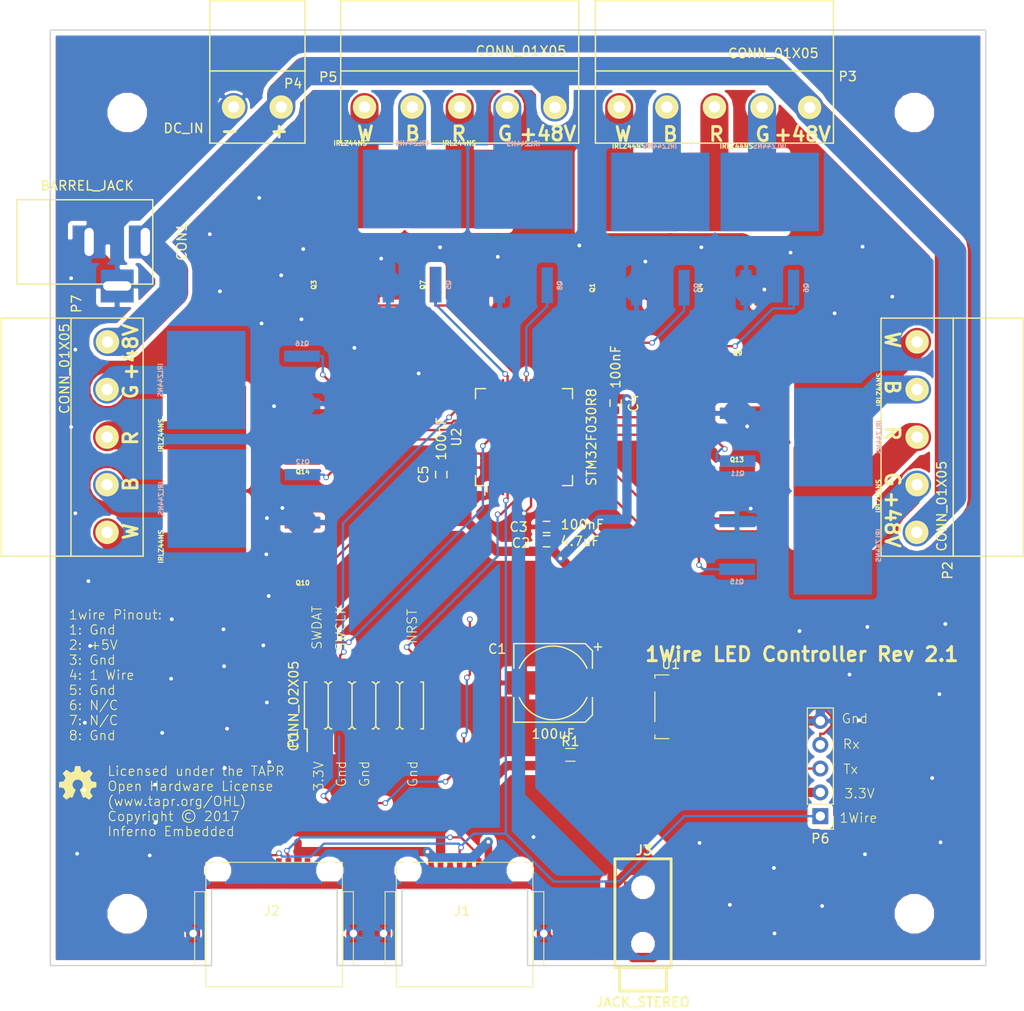
<source format=kicad_pcb>
(kicad_pcb (version 4) (host pcbnew 4.0.4-stable)
  (title_block (title "1Wire LED Controller") (date 2017-05-07) (rev 2.1) (company "Inferno Embedded") (comment 1 "Licensed under the TAPR Open Hardware License (www.tapr.org/OHL)") (comment 2 "Copyright © 2017 Inferno Embedded"))
  (layers (0 F.Cu signal) (31 B.Cu signal) (34 B.Paste user) (35 F.Paste user) (36 B.SilkS user) (37 F.SilkS user) (38 B.Mask user) (39 F.Mask user) (44 Edge.Cuts user))
  (net 0 "")
  (net 1 +5V)
  (net 2 GND)
  (net 3 +3V3)
  (net 4 +48V)
  (net 5 "Net-(J1-Pad7)")
  (net 6 "Net-(J1-Pad6)")
  (net 7 /1W-DATA)
  (net 8 "Net-(P1-Pad10)")
  (net 9 "Net-(P2-Pad1)")
  (net 10 "Net-(P3-Pad1)")
  (net 11 "Net-(P3-Pad2)")
  (net 12 "Net-(P3-Pad3)")
  (net 13 "Net-(P3-Pad4)")
  (net 14 "Net-(P5-Pad1)")
  (net 15 "Net-(P5-Pad2)")
  (net 16 "Net-(P5-Pad3)")
  (net 17 "Net-(P5-Pad4)")
  (net 18 "Net-(P2-Pad2)")
  (net 19 "Net-(C1-Pad1)")
  (net 20 "Net-(P2-Pad3)")
  (net 21 "Net-(P2-Pad4)")
  (net 22 "Net-(P7-Pad1)")
  (net 23 "Net-(P7-Pad2)")
  (net 24 "Net-(P7-Pad3)")
  (net 25 "Net-(P7-Pad4)")
  (net 26 /MAINS_ENABLE)
  (net 27 /SWCLK)
  (net 28 /SWDAT)
  (net 29 /UART_TX)
  (net 30 /UART_RX)
  (net 31 /CHAN2_R)
  (net 32 /CHAN2_G)
  (net 33 /CHAN1_R)
  (net 34 /CHAN2_B)
  (net 35 /CHAN1_G)
  (net 36 /CHAN2_W)
  (net 37 /CHAN1_B)
  (net 38 /CHAN1_W)
  (net 39 /CHAN3_R)
  (net 40 /CHAN0_R)
  (net 41 /CHAN3_G)
  (net 42 /CHAN0_G)
  (net 43 /CHAN3_B)
  (net 44 /CHAN0_B)
  (net 45 /CHAN3_W)
  (net 46 /CHAN0_W)
  (module Housings_QFP:LQFP-64_10x10mm_Pitch0.5mm (layer F.Cu) (at 180.34 104.14 90)
    (fp_text reference U2 (at 0 -7.2 90) (layer F.SilkS))
    (fp_text value STM32F030R8 (at 0 7.2 90) (layer F.SilkS))
    (pad 1 smd rect (at -5.7 -3.75 90) (size 1 0.25) (layers F.Cu F.Paste F.Mask) (net 3 +3V3))
    (pad 2 smd rect (at -5.7 -3.25 90) (size 1 0.25) (layers F.Cu F.Paste F.Mask))
    (pad 3 smd rect (at -5.7 -2.75 90) (size 1 0.25) (layers F.Cu F.Paste F.Mask))
    (pad 4 smd rect (at -5.7 -2.25 90) (size 1 0.25) (layers F.Cu F.Paste F.Mask))
    (pad 5 smd rect (at -5.7 -1.75 90) (size 1 0.25) (layers F.Cu F.Paste F.Mask) (net 7 /1W-DATA))
    (pad 6 smd rect (at -5.7 -1.25 90) (size 1 0.25) (layers F.Cu F.Paste F.Mask))
    (pad 7 smd rect (at -5.7 -0.75 90) (size 1 0.25) (layers F.Cu F.Paste F.Mask) (net 8 "Net-(P1-Pad10)"))
    (pad 8 smd rect (at -5.7 -0.25 90) (size 1 0.25) (layers F.Cu F.Paste F.Mask))
    (pad 9 smd rect (at -5.7 0.25 90) (size 1 0.25) (layers F.Cu F.Paste F.Mask))
    (pad 10 smd rect (at -5.7 0.75 90) (size 1 0.25) (layers F.Cu F.Paste F.Mask) (net 26 /MAINS_ENABLE))
    (pad 11 smd rect (at -5.7 1.25 90) (size 1 0.25) (layers F.Cu F.Paste F.Mask))
    (pad 12 smd rect (at -5.7 1.75 90) (size 1 0.25) (layers F.Cu F.Paste F.Mask) (net 2 GND))
    (pad 13 smd rect (at -5.7 2.25 90) (size 1 0.25) (layers F.Cu F.Paste F.Mask) (net 3 +3V3))
    (pad 14 smd rect (at -5.7 2.75 90) (size 1 0.25) (layers F.Cu F.Paste F.Mask))
    (pad 15 smd rect (at -5.7 3.25 90) (size 1 0.25) (layers F.Cu F.Paste F.Mask))
    (pad 16 smd rect (at -5.7 3.75 90) (size 1 0.25) (layers F.Cu F.Paste F.Mask) (net 29 /UART_TX))
    (pad 17 smd rect (at -3.75 5.7 180) (size 1 0.25) (layers F.Cu F.Paste F.Mask) (net 30 /UART_RX))
    (pad 18 smd rect (at -3.25 5.7 180) (size 1 0.25) (layers F.Cu F.Paste F.Mask))
    (pad 19 smd rect (at -2.75 5.7 180) (size 1 0.25) (layers F.Cu F.Paste F.Mask))
    (pad 20 smd rect (at -2.25 5.7 180) (size 1 0.25) (layers F.Cu F.Paste F.Mask))
    (pad 21 smd rect (at -1.75 5.7 180) (size 1 0.25) (layers F.Cu F.Paste F.Mask))
    (pad 22 smd rect (at -1.25 5.7 180) (size 1 0.25) (layers F.Cu F.Paste F.Mask))
    (pad 23 smd rect (at -0.75 5.7 180) (size 1 0.25) (layers F.Cu F.Paste F.Mask) (net 45 /CHAN3_W))
    (pad 24 smd rect (at -0.25 5.7 180) (size 1 0.25) (layers F.Cu F.Paste F.Mask))
    (pad 25 smd rect (at 0.25 5.7 180) (size 1 0.25) (layers F.Cu F.Paste F.Mask) (net 43 /CHAN3_B))
    (pad 26 smd rect (at 0.75 5.7 180) (size 1 0.25) (layers F.Cu F.Paste F.Mask))
    (pad 27 smd rect (at 1.25 5.7 180) (size 1 0.25) (layers F.Cu F.Paste F.Mask) (net 41 /CHAN3_G))
    (pad 28 smd rect (at 1.75 5.7 180) (size 1 0.25) (layers F.Cu F.Paste F.Mask))
    (pad 29 smd rect (at 2.25 5.7 180) (size 1 0.25) (layers F.Cu F.Paste F.Mask) (net 39 /CHAN3_R))
    (pad 30 smd rect (at 2.75 5.7 180) (size 1 0.25) (layers F.Cu F.Paste F.Mask))
    (pad 31 smd rect (at 3.25 5.7 180) (size 1 0.25) (layers F.Cu F.Paste F.Mask) (net 2 GND))
    (pad 32 smd rect (at 3.75 5.7 180) (size 1 0.25) (layers F.Cu F.Paste F.Mask) (net 3 +3V3))
    (pad 33 smd rect (at 5.7 3.75 90) (size 1 0.25) (layers F.Cu F.Paste F.Mask) (net 36 /CHAN2_W))
    (pad 34 smd rect (at 5.7 3.25 90) (size 1 0.25) (layers F.Cu F.Paste F.Mask) (net 34 /CHAN2_B))
    (pad 35 smd rect (at 5.7 2.75 90) (size 1 0.25) (layers F.Cu F.Paste F.Mask))
    (pad 36 smd rect (at 5.7 2.25 90) (size 1 0.25) (layers F.Cu F.Paste F.Mask) (net 32 /CHAN2_G))
    (pad 37 smd rect (at 5.7 1.75 90) (size 1 0.25) (layers F.Cu F.Paste F.Mask))
    (pad 38 smd rect (at 5.7 1.25 90) (size 1 0.25) (layers F.Cu F.Paste F.Mask) (net 31 /CHAN2_R))
    (pad 39 smd rect (at 5.7 0.75 90) (size 1 0.25) (layers F.Cu F.Paste F.Mask))
    (pad 40 smd rect (at 5.7 0.25 90) (size 1 0.25) (layers F.Cu F.Paste F.Mask) (net 38 /CHAN1_W))
    (pad 41 smd rect (at 5.7 -0.25 90) (size 1 0.25) (layers F.Cu F.Paste F.Mask))
    (pad 42 smd rect (at 5.7 -0.75 90) (size 1 0.25) (layers F.Cu F.Paste F.Mask) (net 37 /CHAN1_B))
    (pad 43 smd rect (at 5.7 -1.25 90) (size 1 0.25) (layers F.Cu F.Paste F.Mask))
    (pad 44 smd rect (at 5.7 -1.75 90) (size 1 0.25) (layers F.Cu F.Paste F.Mask) (net 35 /CHAN1_G))
    (pad 45 smd rect (at 5.7 -2.25 90) (size 1 0.25) (layers F.Cu F.Paste F.Mask))
    (pad 46 smd rect (at 5.7 -2.75 90) (size 1 0.25) (layers F.Cu F.Paste F.Mask) (net 28 /SWDAT))
    (pad 47 smd rect (at 5.7 -3.25 90) (size 1 0.25) (layers F.Cu F.Paste F.Mask))
    (pad 48 smd rect (at 5.7 -3.75 90) (size 1 0.25) (layers F.Cu F.Paste F.Mask) (net 33 /CHAN1_R))
    (pad 49 smd rect (at 3.75 -5.7 180) (size 1 0.25) (layers F.Cu F.Paste F.Mask) (net 27 /SWCLK))
    (pad 50 smd rect (at 3.25 -5.7 180) (size 1 0.25) (layers F.Cu F.Paste F.Mask))
    (pad 51 smd rect (at 2.75 -5.7 180) (size 1 0.25) (layers F.Cu F.Paste F.Mask))
    (pad 52 smd rect (at 2.25 -5.7 180) (size 1 0.25) (layers F.Cu F.Paste F.Mask))
    (pad 53 smd rect (at 1.75 -5.7 180) (size 1 0.25) (layers F.Cu F.Paste F.Mask) (net 46 /CHAN0_W))
    (pad 54 smd rect (at 1.25 -5.7 180) (size 1 0.25) (layers F.Cu F.Paste F.Mask))
    (pad 55 smd rect (at 0.75 -5.7 180) (size 1 0.25) (layers F.Cu F.Paste F.Mask) (net 44 /CHAN0_B))
    (pad 56 smd rect (at 0.25 -5.7 180) (size 1 0.25) (layers F.Cu F.Paste F.Mask))
    (pad 57 smd rect (at -0.25 -5.7 180) (size 1 0.25) (layers F.Cu F.Paste F.Mask) (net 42 /CHAN0_G))
    (pad 58 smd rect (at -0.75 -5.7 180) (size 1 0.25) (layers F.Cu F.Paste F.Mask))
    (pad 59 smd rect (at -1.25 -5.7 180) (size 1 0.25) (layers F.Cu F.Paste F.Mask) (net 40 /CHAN0_R))
    (pad 60 smd rect (at -1.75 -5.7 180) (size 1 0.25) (layers F.Cu F.Paste F.Mask) (net 2 GND))
    (pad 61 smd rect (at -2.25 -5.7 180) (size 1 0.25) (layers F.Cu F.Paste F.Mask))
    (pad 62 smd rect (at -2.75 -5.7 180) (size 1 0.25) (layers F.Cu F.Paste F.Mask))
    (pad 63 smd rect (at -3.25 -5.7 180) (size 1 0.25) (layers F.Cu F.Paste F.Mask) (net 2 GND))
    (pad 64 smd rect (at -3.75 -5.7 180) (size 1 0.25) (layers F.Cu F.Paste F.Mask) (net 3 +3V3))
  )
  (module kicad-open-modules:D2PAK (layer F.Cu) (at 203.01 77.978)
    (fp_text reference Q4 (at -3.87858 10.23366 90) (layer F.SilkS) (effects (font (size 0.5 0.5) (thickness 0.125))))
    (fp_text value IRLZ44NS (at 0.00254 -4.88188) (layer F.SilkS) (effects (font (size 0.5 0.5) (thickness 0.125))))
    (pad 3 smd rect (at 2.54 10.213) (size 1.2 3.8) (layers F.Cu F.Paste F.Mask) (net 2 GND))
    (pad 1 smd rect (at -2.54 10.213) (size 1.2 3.8) (layers F.Cu F.Paste F.Mask) (net 34 /CHAN2_B))
    (pad 2 smd rect (at 0 0) (size 10.49 8.38) (layers F.Cu F.Paste F.Mask) (net 12 "Net-(P3-Pad3)"))
  )
  (module Pin_Headers:Pin_Header_Straight_SMT_02x05 (layer F.Cu) (at 163.258 132.778)
    (fp_text reference P1 (at -7.5565 3.6195 90) (layer F.SilkS))
    (fp_text value CONN_02X05 (at -7.493 0.0635 90) (layer F.SilkS))
    (pad 1 smd rect (at -5.08 3.2) (size 1.27 3.6) (layers F.Cu F.Paste F.Mask) (net 3 +3V3))
    (pad 3 smd rect (at -2.54 3.2) (size 1.27 3.6) (layers F.Cu F.Paste F.Mask) (net 2 GND))
    (pad 5 smd rect (at 0 3.2) (size 1.27 3.6) (layers F.Cu F.Paste F.Mask) (net 2 GND))
    (pad 7 smd rect (at 2.54 3.2) (size 1.27 3.6) (layers F.Cu F.Paste F.Mask))
    (pad 8 smd rect (at 2.54 -3.2) (size 1.27 3.6) (layers F.Cu F.Paste F.Mask))
    (pad 6 smd rect (at 0 -3.2) (size 1.27 3.6) (layers F.Cu F.Paste F.Mask))
    (pad 4 smd rect (at -2.54 -3.2) (size 1.27 3.6) (layers F.Cu F.Paste F.Mask) (net 27 /SWCLK))
    (pad 2 smd rect (at -5.08 -3.2) (size 1.27 3.6) (layers F.Cu F.Paste F.Mask) (net 28 /SWDAT))
    (pad 9 smd rect (at 5.08 3.2) (size 1.27 3.6) (layers F.Cu F.Paste F.Mask) (net 2 GND))
    (pad 10 smd rect (at 5.08 -3.2) (size 1.27 3.6) (layers F.Cu F.Paste F.Mask) (net 8 "Net-(P1-Pad10)"))
  )
  (module RJ45:RJ45-ChinaSMD (layer F.Cu) (at 161.036 149.606 180)
    (fp_text reference J2 (at 7.61 -5.08 180) (layer F.SilkS))
    (fp_text value RJ45)
    (pad 9 smd rect (at 16 -7.5 180) (size 1.5 4) (layers F.Cu F.Paste F.Mask) (net 2 GND))
    (pad 9 thru_hole circle (at 16 -7.5 180) (size 0.9 0.9) (drill 0.8) (layers *.Cu *.Mask) (net 2 GND))
    (pad "" np_thru_hole circle (at 13.4 -0.76 180) (size 1.9 1.9) (drill 1.9) (layers *.Cu *.Mask))
    (pad "" np_thru_hole circle (at 1.41 -0.76 180) (size 1.9 1.9) (drill 1.9) (layers *.Cu *.Mask))
    (pad 8 smd rect (at 3.8 -0.52 180) (size 0.6 2.1) (layers F.Cu F.Paste F.Mask) (net 2 GND))
    (pad 7 smd rect (at 4.82 -0.52 180) (size 0.6 2.1) (layers F.Cu F.Paste F.Mask) (net 5 "Net-(J1-Pad7)"))
    (pad 6 smd rect (at 5.84 -0.52 180) (size 0.6 2.1) (layers F.Cu F.Paste F.Mask) (net 6 "Net-(J1-Pad6)"))
    (pad 5 smd rect (at 6.86 -0.52 180) (size 0.6 2.1) (layers F.Cu F.Paste F.Mask) (net 2 GND))
    (pad 4 smd rect (at 7.88 -0.52 180) (size 0.6 2.1) (layers F.Cu F.Paste F.Mask) (net 7 /1W-DATA))
    (pad 3 smd rect (at 8.9 -0.52 180) (size 0.6 2.1) (layers F.Cu F.Paste F.Mask) (net 2 GND))
    (pad 2 smd rect (at 9.92 -0.52 180) (size 0.6 2.1) (layers F.Cu F.Paste F.Mask) (net 1 +5V))
    (pad 1 smd rect (at 10.94 -0.52 180) (size 0.6 2.1) (layers F.Cu F.Paste F.Mask) (net 2 GND))
    (pad 9 thru_hole circle (at -1.1 -7.5 180) (size 0.9 0.9) (drill 0.8) (layers *.Cu *.Mask) (net 2 GND))
    (pad 9 smd rect (at -1.1 -7.5 180) (size 1.5 4) (layers F.Cu F.Paste F.Mask) (net 2 GND))
  )
  (module kicad-open-modules:D2PAK (layer B.Cu) (at 180.276 77.724 180)
    (fp_text reference Q8 (at -3.87858 -10.23366 450) (layer B.SilkS) (effects (font (size 0.5 0.5) (thickness 0.125)) (justify mirror)))
    (fp_text value IRLZ44NS (at 0.00254 4.88188 180) (layer B.SilkS) (effects (font (size 0.5 0.5) (thickness 0.125)) (justify mirror)))
    (pad 3 smd rect (at 2.54 -10.213 180) (size 1.2 3.8) (layers B.Cu B.Paste B.Mask) (net 2 GND))
    (pad 1 smd rect (at -2.54 -10.213 180) (size 1.2 3.8) (layers B.Cu B.Paste B.Mask) (net 38 /CHAN1_W))
    (pad 2 smd rect (at 0 0 180) (size 10.49 8.38) (layers B.Cu B.Paste B.Mask) (net 17 "Net-(P5-Pad4)"))
  )
  (module Connect:BARREL_JACK (layer F.Cu) (at 133.731 83.312)
    (fp_text reference CON1 (at 10.09904 0 90) (layer F.SilkS))
    (fp_text value BARREL_JACK (at 0 -5.99948) (layer F.SilkS))
    (pad 1 thru_hole rect (at 6.20014 0) (size 3.50012 3.50012) (drill oval 1.00076 2.99974) (layers *.Cu *.Mask) (net 4 +48V))
    (pad 2 thru_hole rect (at 0.20066 0) (size 3.50012 3.50012) (drill oval 1.00076 2.99974) (layers *.Cu *.Mask) (net 2 GND))
    (pad 3 thru_hole rect (at 3.2004 4.699) (size 3.50012 3.50012) (drill oval 2.99974 1.00076) (layers *.Cu *.Mask) (net 2 GND))
  )
  (module Mounting_Holes:MountingHole_3.2mm_M3 (layer F.Cu) (at 138 155)
    (fp_text reference REF3 hide)
    (fp_text value MountingHole_3.2mm_M3 hide)
    (pad 1 np_thru_hole circle (at 0 0) (size 3.2 3.2) (drill 3.2) (layers *.Cu *.Mask))
  )
  (module Mounting_Holes:MountingHole_3.2mm_M3 (layer F.Cu) (at 222 155)
    (fp_text reference REF4 hide)
    (fp_text value MountingHole_3.2mm_M3 hide)
    (pad 1 np_thru_hole circle (at 0 0) (size 3.2 3.2) (drill 3.2) (layers *.Cu *.Mask))
  )
  (module Mounting_Holes:MountingHole_3.2mm_M3 (layer F.Cu) (at 222 69.5)
    (fp_text reference REF2 hide)
    (fp_text value MountingHole_3.2mm_M3 hide)
    (pad 1 np_thru_hole circle (at 0 0) (size 3.2 3.2) (drill 3.2) (layers *.Cu *.Mask))
  )
  (module Capacitors_SMD:c_elec_8x6.7 (layer F.Cu) (at 183.452 130.366 180)
    (fp_text reference C1 (at 5.969 3.6195 180) (layer F.SilkS))
    (fp_text value 100uF (at 0 -5.4483 180) (layer F.SilkS))
    (fp_text user + (at -4.7752 3.9116 180) (layer F.SilkS))
    (pad 1 smd rect (at -3.05 0) (size 4 2.5) (layers F.Cu F.Paste F.Mask) (net 19 "Net-(C1-Pad1)"))
    (pad 2 smd rect (at 3.05 0) (size 4 2.5) (layers F.Cu F.Paste F.Mask) (net 2 GND))
  )
  (module Capacitors_SMD:C_0603 (layer F.Cu) (at 182.753 115.252 180)
    (fp_text reference C2 (at 2.7305 -0.1905 180) (layer F.SilkS))
    (fp_text value 4.7uF (at -3.556 0 180) (layer F.SilkS))
    (pad 1 smd rect (at -0.75 0 180) (size 0.8 0.75) (layers F.Cu F.Paste F.Mask) (net 3 +3V3))
    (pad 2 smd rect (at 0.75 0 180) (size 0.8 0.75) (layers F.Cu F.Paste F.Mask) (net 2 GND))
  )
  (module Capacitors_SMD:C_0603 (layer F.Cu) (at 182.753 113.728 180)
    (fp_text reference C3 (at 2.9845 0 180) (layer F.SilkS))
    (fp_text value 100nF (at -3.81 0.254 180) (layer F.SilkS))
    (pad 1 smd rect (at -0.75 0 180) (size 0.8 0.75) (layers F.Cu F.Paste F.Mask) (net 3 +3V3))
    (pad 2 smd rect (at 0.75 0 180) (size 0.8 0.75) (layers F.Cu F.Paste F.Mask) (net 2 GND))
  )
  (module Capacitors_SMD:C_0603 (layer F.Cu) (at 190.119 100.52 270)
    (fp_text reference C4 (at 0 -1.9 270) (layer F.SilkS))
    (fp_text value 100nF (at -3.8735 0 270) (layer F.SilkS))
    (pad 1 smd rect (at -0.75 0 270) (size 0.8 0.75) (layers F.Cu F.Paste F.Mask) (net 3 +3V3))
    (pad 2 smd rect (at 0.75 0 270) (size 0.8 0.75) (layers F.Cu F.Paste F.Mask) (net 2 GND))
  )
  (module Capacitors_SMD:C_0603 (layer F.Cu) (at 171.514 108.14 90)
    (fp_text reference C5 (at 0 -1.9 90) (layer F.SilkS))
    (fp_text value 100nF (at 3.81 0 90) (layer F.SilkS))
    (pad 1 smd rect (at -0.75 0 90) (size 0.8 0.75) (layers F.Cu F.Paste F.Mask) (net 3 +3V3))
    (pad 2 smd rect (at 0.75 0 90) (size 0.8 0.75) (layers F.Cu F.Paste F.Mask) (net 2 GND))
  )
  (module RJ45:RJ45-ChinaSMD (layer F.Cu) (at 181.356 149.606 180)
    (fp_text reference J1 (at 7.61 -5.08 180) (layer F.SilkS))
    (fp_text value RJ45)
    (pad 9 smd rect (at 16 -7.5 180) (size 1.5 4) (layers F.Cu F.Paste F.Mask) (net 2 GND))
    (pad 9 thru_hole circle (at 16 -7.5 180) (size 0.9 0.9) (drill 0.8) (layers *.Cu *.Mask) (net 2 GND))
    (pad "" np_thru_hole circle (at 13.4 -0.76 180) (size 1.9 1.9) (drill 1.9) (layers *.Cu *.Mask))
    (pad "" np_thru_hole circle (at 1.41 -0.76 180) (size 1.9 1.9) (drill 1.9) (layers *.Cu *.Mask))
    (pad 8 smd rect (at 3.8 -0.52 180) (size 0.6 2.1) (layers F.Cu F.Paste F.Mask) (net 2 GND))
    (pad 7 smd rect (at 4.82 -0.52 180) (size 0.6 2.1) (layers F.Cu F.Paste F.Mask) (net 5 "Net-(J1-Pad7)"))
    (pad 6 smd rect (at 5.84 -0.52 180) (size 0.6 2.1) (layers F.Cu F.Paste F.Mask) (net 6 "Net-(J1-Pad6)"))
    (pad 5 smd rect (at 6.86 -0.52 180) (size 0.6 2.1) (layers F.Cu F.Paste F.Mask) (net 2 GND))
    (pad 4 smd rect (at 7.88 -0.52 180) (size 0.6 2.1) (layers F.Cu F.Paste F.Mask) (net 7 /1W-DATA))
    (pad 3 smd rect (at 8.9 -0.52 180) (size 0.6 2.1) (layers F.Cu F.Paste F.Mask) (net 2 GND))
    (pad 2 smd rect (at 9.92 -0.52 180) (size 0.6 2.1) (layers F.Cu F.Paste F.Mask) (net 1 +5V))
    (pad 1 smd rect (at 10.94 -0.52 180) (size 0.6 2.1) (layers F.Cu F.Paste F.Mask) (net 2 GND))
    (pad 9 thru_hole circle (at -1.1 -7.5 180) (size 0.9 0.9) (drill 0.8) (layers *.Cu *.Mask) (net 2 GND))
    (pad 9 smd rect (at -1.1 -7.5 180) (size 1.5 4) (layers F.Cu F.Paste F.Mask) (net 2 GND))
  )
  (module 2EDCK-Screw-Connectors:2EDCK-5.08-5PIN (layer F.Cu) (at 187.96 72.771)
    (fp_text reference P3 (at 26.924 -7.112) (layer F.SilkS))
    (fp_text value CONN_01X05 (at 18.9865 -9.5885) (layer F.SilkS))
    (pad 1 thru_hole circle (at 2.54 -3.85) (size 2.5 2.5) (drill 1.2) (layers *.Cu *.Mask F.SilkS) (net 10 "Net-(P3-Pad1)"))
    (pad 2 thru_hole circle (at 7.62 -3.85) (size 2.5 2.5) (drill 1.2) (layers *.Cu *.Mask F.SilkS) (net 11 "Net-(P3-Pad2)"))
    (pad 3 thru_hole circle (at 12.7 -3.85) (size 2.5 2.5) (drill 1.2) (layers *.Cu *.Mask F.SilkS) (net 12 "Net-(P3-Pad3)"))
    (pad 4 thru_hole circle (at 17.78 -3.85) (size 2.5 2.5) (drill 1.2) (layers *.Cu *.Mask F.SilkS) (net 13 "Net-(P3-Pad4)"))
    (pad 5 thru_hole circle (at 22.86 -3.81) (size 2.5 2.5) (drill 1.2) (layers *.Cu *.Mask F.SilkS) (net 4 +48V))
  )
  (module 2EDCK-Screw-Connectors:2EDCK-5.08-2PIN (layer F.Cu) (at 146.812 72.771)
    (fp_text reference P4 (at 8.89 -6.35) (layer F.SilkS))
    (fp_text value DC_IN (at -2.794 -1.5875) (layer F.SilkS))
    (pad 1 thru_hole circle (at 2.54 -3.85) (size 2.5 2.5) (drill 1.2) (layers *.Cu *.Mask F.SilkS) (net 2 GND))
    (pad 2 thru_hole circle (at 7.62 -3.85) (size 2.5 2.5) (drill 1.2) (layers *.Cu *.Mask F.SilkS) (net 4 +48V))
  )
  (module 2EDCK-Screw-Connectors:2EDCK-5.08-5PIN (layer F.Cu) (at 160.782 72.771)
    (fp_text reference P5 (at -1.3335 -7.0485) (layer F.SilkS))
    (fp_text value CONN_01X05 (at 19.2405 -9.8425) (layer F.SilkS))
    (pad 1 thru_hole circle (at 2.54 -3.85) (size 2.5 2.5) (drill 1.2) (layers *.Cu *.Mask F.SilkS) (net 14 "Net-(P5-Pad1)"))
    (pad 2 thru_hole circle (at 7.62 -3.85) (size 2.5 2.5) (drill 1.2) (layers *.Cu *.Mask F.SilkS) (net 15 "Net-(P5-Pad2)"))
    (pad 3 thru_hole circle (at 12.7 -3.85) (size 2.5 2.5) (drill 1.2) (layers *.Cu *.Mask F.SilkS) (net 16 "Net-(P5-Pad3)"))
    (pad 4 thru_hole circle (at 17.78 -3.85) (size 2.5 2.5) (drill 1.2) (layers *.Cu *.Mask F.SilkS) (net 17 "Net-(P5-Pad4)"))
    (pad 5 thru_hole circle (at 22.86 -3.81) (size 2.5 2.5) (drill 1.2) (layers *.Cu *.Mask F.SilkS) (net 4 +48V))
  )
  (module kicad-open-modules:D2PAK (layer F.Cu) (at 191.516 77.978)
    (fp_text reference Q1 (at -3.87858 10.23366 90) (layer F.SilkS) (effects (font (size 0.5 0.5) (thickness 0.125))))
    (fp_text value IRLZ44NS (at 0.00254 -4.88188) (layer F.SilkS) (effects (font (size 0.5 0.5) (thickness 0.125))))
    (pad 3 smd rect (at 2.54 10.213) (size 1.2 3.8) (layers F.Cu F.Paste F.Mask) (net 2 GND))
    (pad 1 smd rect (at -2.54 10.213) (size 1.2 3.8) (layers F.Cu F.Paste F.Mask) (net 31 /CHAN2_R))
    (pad 2 smd rect (at 0 0) (size 10.49 8.38) (layers F.Cu F.Paste F.Mask) (net 10 "Net-(P3-Pad1)"))
  )
  (module kicad-open-modules:D2PAK (layer B.Cu) (at 194.882 77.978 180)
    (fp_text reference Q2 (at -3.87858 -10.23366 450) (layer B.SilkS) (effects (font (size 0.5 0.5) (thickness 0.125)) (justify mirror)))
    (fp_text value IRLZ44NS (at 0.00254 4.88188 180) (layer B.SilkS) (effects (font (size 0.5 0.5) (thickness 0.125)) (justify mirror)))
    (pad 3 smd rect (at 2.54 -10.213 180) (size 1.2 3.8) (layers B.Cu B.Paste B.Mask) (net 2 GND))
    (pad 1 smd rect (at -2.54 -10.213 180) (size 1.2 3.8) (layers B.Cu B.Paste B.Mask) (net 32 /CHAN2_G))
    (pad 2 smd rect (at 0 0 180) (size 10.49 8.38) (layers B.Cu B.Paste B.Mask) (net 11 "Net-(P3-Pad2)"))
  )
  (module kicad-open-modules:D2PAK (layer F.Cu) (at 161.798 77.6605)
    (fp_text reference Q3 (at -3.87858 10.23366 90) (layer F.SilkS) (effects (font (size 0.5 0.5) (thickness 0.125))))
    (fp_text value IRLZ44NS (at 0.00254 -4.88188) (layer F.SilkS) (effects (font (size 0.5 0.5) (thickness 0.125))))
    (pad 3 smd rect (at 2.54 10.213) (size 1.2 3.8) (layers F.Cu F.Paste F.Mask) (net 2 GND))
    (pad 1 smd rect (at -2.54 10.213) (size 1.2 3.8) (layers F.Cu F.Paste F.Mask) (net 33 /CHAN1_R))
    (pad 2 smd rect (at 0 0) (size 10.49 8.38) (layers F.Cu F.Paste F.Mask) (net 14 "Net-(P5-Pad1)"))
  )
  (module kicad-open-modules:D2PAK (layer B.Cu) (at 168.402 77.6605 180)
    (fp_text reference Q5 (at -3.87858 -10.23366 450) (layer B.SilkS) (effects (font (size 0.5 0.5) (thickness 0.125)) (justify mirror)))
    (fp_text value IRLZ44NS (at 0.00254 4.88188 180) (layer B.SilkS) (effects (font (size 0.5 0.5) (thickness 0.125)) (justify mirror)))
    (pad 3 smd rect (at 2.54 -10.213 180) (size 1.2 3.8) (layers B.Cu B.Paste B.Mask) (net 2 GND))
    (pad 1 smd rect (at -2.54 -10.213 180) (size 1.2 3.8) (layers B.Cu B.Paste B.Mask) (net 35 /CHAN1_G))
    (pad 2 smd rect (at 0 0 180) (size 10.49 8.38) (layers B.Cu B.Paste B.Mask) (net 15 "Net-(P5-Pad2)"))
  )
  (module kicad-open-modules:D2PAK (layer B.Cu) (at 206.566 77.978 180)
    (fp_text reference Q6 (at -3.87858 -10.23366 450) (layer B.SilkS) (effects (font (size 0.5 0.5) (thickness 0.125)) (justify mirror)))
    (fp_text value IRLZ44NS (at 0.00254 4.88188 180) (layer B.SilkS) (effects (font (size 0.5 0.5) (thickness 0.125)) (justify mirror)))
    (pad 3 smd rect (at 2.54 -10.213 180) (size 1.2 3.8) (layers B.Cu B.Paste B.Mask) (net 2 GND))
    (pad 1 smd rect (at -2.54 -10.213 180) (size 1.2 3.8) (layers B.Cu B.Paste B.Mask) (net 36 /CHAN2_W))
    (pad 2 smd rect (at 0 0 180) (size 10.49 8.38) (layers B.Cu B.Paste B.Mask) (net 13 "Net-(P3-Pad4)"))
  )
  (module kicad-open-modules:D2PAK (layer F.Cu) (at 173.418 77.6605)
    (fp_text reference Q7 (at -3.87858 10.23366 90) (layer F.SilkS) (effects (font (size 0.5 0.5) (thickness 0.125))))
    (fp_text value IRLZ44NS (at 0.00254 -4.88188) (layer F.SilkS) (effects (font (size 0.5 0.5) (thickness 0.125))))
    (pad 3 smd rect (at 2.54 10.213) (size 1.2 3.8) (layers F.Cu F.Paste F.Mask) (net 2 GND))
    (pad 1 smd rect (at -2.54 10.213) (size 1.2 3.8) (layers F.Cu F.Paste F.Mask) (net 37 /CHAN1_B))
    (pad 2 smd rect (at 0 0) (size 10.49 8.38) (layers F.Cu F.Paste F.Mask) (net 16 "Net-(P5-Pad3)"))
  )
  (module Mounting_Holes:MountingHole_3.2mm_M3 (layer F.Cu) (at 138 69.5)
    (fp_text reference REF1 hide)
    (fp_text value MountingHole_3.2mm_M3 hide)
    (pad 1 np_thru_hole circle (at 0 0) (size 3.2 3.2) (drill 3.2) (layers *.Cu *.Mask))
  )
  (module "OSHW Logo:OSHW-logo_silkscreen-front_4mm" (layer F.Cu) (at 132.715 141.0335)
    (fp_text reference G*** hide)
    (fp_text value OSHW-logo_silkscreen-front_4mm hide)
  )
  (module 2EDCK-Screw-Connectors:2EDCK-5.08-5PIN (layer F.Cu) (at 218.44 91.44 270)
    (fp_text reference P2 (at 26.924 -7.112 270) (layer F.SilkS))
    (fp_text value CONN_01X05 (at 20.066 -6.477 270) (layer F.SilkS))
    (pad 1 thru_hole circle (at 2.54 -3.85 270) (size 2.5 2.5) (drill 1.2) (layers *.Cu *.Mask F.SilkS) (net 9 "Net-(P2-Pad1)"))
    (pad 2 thru_hole circle (at 7.62 -3.85 270) (size 2.5 2.5) (drill 1.2) (layers *.Cu *.Mask F.SilkS) (net 18 "Net-(P2-Pad2)"))
    (pad 3 thru_hole circle (at 12.7 -3.85 270) (size 2.5 2.5) (drill 1.2) (layers *.Cu *.Mask F.SilkS) (net 20 "Net-(P2-Pad3)"))
    (pad 4 thru_hole circle (at 17.78 -3.85 270) (size 2.5 2.5) (drill 1.2) (layers *.Cu *.Mask F.SilkS) (net 21 "Net-(P2-Pad4)"))
    (pad 5 thru_hole circle (at 22.86 -3.81 270) (size 2.5 2.5) (drill 1.2) (layers *.Cu *.Mask F.SilkS) (net 4 +48V))
  )
  (module Pin_Headers:Pin_Header_Straight_1x05_Pitch2.54mm (layer F.Cu) (at 211.963 144.59 180)
    (fp_text reference P6 (at 0 -2.39 180) (layer F.SilkS))
    (fp_text value CONN_01X05)
    (pad 1 thru_hole rect (at 0 0 180) (size 1.7 1.7) (drill 1) (layers *.Cu *.Mask) (net 7 /1W-DATA))
    (pad 2 thru_hole oval (at 0 2.54 180) (size 1.7 1.7) (drill 1) (layers *.Cu *.Mask) (net 3 +3V3))
    (pad 3 thru_hole oval (at 0 5.08 180) (size 1.7 1.7) (drill 1) (layers *.Cu *.Mask) (net 29 /UART_TX))
    (pad 4 thru_hole oval (at 0 7.62 180) (size 1.7 1.7) (drill 1) (layers *.Cu *.Mask) (net 30 /UART_RX))
    (pad 5 thru_hole oval (at 0 10.16 180) (size 1.7 1.7) (drill 1) (layers *.Cu *.Mask) (net 2 GND))
  )
  (module 2EDCK-Screw-Connectors:2EDCK-5.08-5PIN (layer F.Cu) (at 139.7 116.84 90)
    (fp_text reference P7 (at 26.924 -7.112 90) (layer F.SilkS))
    (fp_text value CONN_01X05 (at 20.0025 -8.382 90) (layer F.SilkS))
    (pad 1 thru_hole circle (at 2.54 -3.85 90) (size 2.5 2.5) (drill 1.2) (layers *.Cu *.Mask F.SilkS) (net 22 "Net-(P7-Pad1)"))
    (pad 2 thru_hole circle (at 7.62 -3.85 90) (size 2.5 2.5) (drill 1.2) (layers *.Cu *.Mask F.SilkS) (net 23 "Net-(P7-Pad2)"))
    (pad 3 thru_hole circle (at 12.7 -3.85 90) (size 2.5 2.5) (drill 1.2) (layers *.Cu *.Mask F.SilkS) (net 24 "Net-(P7-Pad3)"))
    (pad 4 thru_hole circle (at 17.78 -3.85 90) (size 2.5 2.5) (drill 1.2) (layers *.Cu *.Mask F.SilkS) (net 25 "Net-(P7-Pad4)"))
    (pad 5 thru_hole circle (at 22.86 -3.81 90) (size 2.5 2.5) (drill 1.2) (layers *.Cu *.Mask F.SilkS) (net 4 +48V))
  )
  (module kicad-open-modules:D2PAK (layer F.Cu) (at 213.36 99.06 270)
    (fp_text reference Q9 (at -3.87858 10.23366 360) (layer F.SilkS) (effects (font (size 0.5 0.5) (thickness 0.125))))
    (fp_text value IRLZ44NS (at 0.00254 -4.88188 270) (layer F.SilkS) (effects (font (size 0.5 0.5) (thickness 0.125))))
    (pad 3 smd rect (at 2.54 10.213 270) (size 1.2 3.8) (layers F.Cu F.Paste F.Mask) (net 2 GND))
    (pad 1 smd rect (at -2.54 10.213 270) (size 1.2 3.8) (layers F.Cu F.Paste F.Mask) (net 39 /CHAN3_R))
    (pad 2 smd rect (at 0 0 270) (size 10.49 8.38) (layers F.Cu F.Paste F.Mask) (net 9 "Net-(P2-Pad1)"))
  )
  (module kicad-open-modules:D2PAK (layer F.Cu) (at 146.494 115.824 90)
    (fp_text reference Q10 (at -3.87858 10.23366 180) (layer F.SilkS) (effects (font (size 0.5 0.5) (thickness 0.125))))
    (fp_text value IRLZ44NS (at 0.00254 -4.88188 90) (layer F.SilkS) (effects (font (size 0.5 0.5) (thickness 0.125))))
    (pad 3 smd rect (at 2.54 10.213 90) (size 1.2 3.8) (layers F.Cu F.Paste F.Mask) (net 2 GND))
    (pad 1 smd rect (at -2.54 10.213 90) (size 1.2 3.8) (layers F.Cu F.Paste F.Mask) (net 40 /CHAN0_R))
    (pad 2 smd rect (at 0 0 90) (size 10.49 8.38) (layers F.Cu F.Paste F.Mask) (net 22 "Net-(P7-Pad1)"))
  )
  (module kicad-open-modules:D2PAK (layer B.Cu) (at 213.36 104.14 90)
    (fp_text reference Q11 (at -3.87858 -10.23366 360) (layer B.SilkS) (effects (font (size 0.5 0.5) (thickness 0.125)) (justify mirror)))
    (fp_text value IRLZ44NS (at 0.00254 4.88188 90) (layer B.SilkS) (effects (font (size 0.5 0.5) (thickness 0.125)) (justify mirror)))
    (pad 3 smd rect (at 2.54 -10.213 90) (size 1.2 3.8) (layers B.Cu B.Paste B.Mask) (net 2 GND))
    (pad 1 smd rect (at -2.54 -10.213 90) (size 1.2 3.8) (layers B.Cu B.Paste B.Mask) (net 41 /CHAN3_G))
    (pad 2 smd rect (at 0 0 90) (size 10.49 8.38) (layers B.Cu B.Paste B.Mask) (net 18 "Net-(P2-Pad2)"))
  )
  (module kicad-open-modules:D2PAK (layer B.Cu) (at 146.494 110.68 270)
    (fp_text reference Q12 (at -3.87858 -10.23366 540) (layer B.SilkS) (effects (font (size 0.5 0.5) (thickness 0.125)) (justify mirror)))
    (fp_text value IRLZ44NS (at 0.00254 4.88188 270) (layer B.SilkS) (effects (font (size 0.5 0.5) (thickness 0.125)) (justify mirror)))
    (pad 3 smd rect (at 2.54 -10.213 270) (size 1.2 3.8) (layers B.Cu B.Paste B.Mask) (net 2 GND))
    (pad 1 smd rect (at -2.54 -10.213 270) (size 1.2 3.8) (layers B.Cu B.Paste B.Mask) (net 42 /CHAN0_G))
    (pad 2 smd rect (at 0 0 270) (size 10.49 8.38) (layers B.Cu B.Paste B.Mask) (net 23 "Net-(P7-Pad2)"))
  )
  (module kicad-open-modules:D2PAK (layer F.Cu) (at 213.296 110.426 270)
    (fp_text reference Q13 (at -3.87858 10.23366 360) (layer F.SilkS) (effects (font (size 0.5 0.5) (thickness 0.125))))
    (fp_text value IRLZ44NS (at 0.00254 -4.88188 270) (layer F.SilkS) (effects (font (size 0.5 0.5) (thickness 0.125))))
    (pad 3 smd rect (at 2.54 10.213 270) (size 1.2 3.8) (layers F.Cu F.Paste F.Mask) (net 2 GND))
    (pad 1 smd rect (at -2.54 10.213 270) (size 1.2 3.8) (layers F.Cu F.Paste F.Mask) (net 43 /CHAN3_B))
    (pad 2 smd rect (at 0 0 270) (size 10.49 8.38) (layers F.Cu F.Paste F.Mask) (net 20 "Net-(P2-Pad3)"))
  )
  (module kicad-open-modules:D2PAK (layer F.Cu) (at 146.494 103.95 90)
    (fp_text reference Q14 (at -3.87858 10.23366 180) (layer F.SilkS) (effects (font (size 0.5 0.5) (thickness 0.125))))
    (fp_text value IRLZ44NS (at 0.00254 -4.88188 90) (layer F.SilkS) (effects (font (size 0.5 0.5) (thickness 0.125))))
    (pad 3 smd rect (at 2.54 10.213 90) (size 1.2 3.8) (layers F.Cu F.Paste F.Mask) (net 2 GND))
    (pad 1 smd rect (at -2.54 10.213 90) (size 1.2 3.8) (layers F.Cu F.Paste F.Mask) (net 44 /CHAN0_B))
    (pad 2 smd rect (at 0 0 90) (size 10.49 8.38) (layers F.Cu F.Paste F.Mask) (net 24 "Net-(P7-Pad3)"))
  )
  (module kicad-open-modules:D2PAK (layer B.Cu) (at 213.296 115.697 90)
    (fp_text reference Q15 (at -3.87858 -10.23366 360) (layer B.SilkS) (effects (font (size 0.5 0.5) (thickness 0.125)) (justify mirror)))
    (fp_text value IRLZ44NS (at 0.00254 4.88188 90) (layer B.SilkS) (effects (font (size 0.5 0.5) (thickness 0.125)) (justify mirror)))
    (pad 3 smd rect (at 2.54 -10.213 90) (size 1.2 3.8) (layers B.Cu B.Paste B.Mask) (net 2 GND))
    (pad 1 smd rect (at -2.54 -10.213 90) (size 1.2 3.8) (layers B.Cu B.Paste B.Mask) (net 45 /CHAN3_W))
    (pad 2 smd rect (at 0 0 90) (size 10.49 8.38) (layers B.Cu B.Paste B.Mask) (net 21 "Net-(P2-Pad4)"))
  )
  (module kicad-open-modules:D2PAK (layer B.Cu) (at 146.431 98.044 270)
    (fp_text reference Q16 (at -3.87858 -10.23366 540) (layer B.SilkS) (effects (font (size 0.5 0.5) (thickness 0.125)) (justify mirror)))
    (fp_text value IRLZ44NS (at 0.00254 4.88188 270) (layer B.SilkS) (effects (font (size 0.5 0.5) (thickness 0.125)) (justify mirror)))
    (pad 3 smd rect (at 2.54 -10.213 270) (size 1.2 3.8) (layers B.Cu B.Paste B.Mask) (net 2 GND))
    (pad 1 smd rect (at -2.54 -10.213 270) (size 1.2 3.8) (layers B.Cu B.Paste B.Mask) (net 46 /CHAN0_W))
    (pad 2 smd rect (at 0 0 270) (size 10.49 8.38) (layers B.Cu B.Paste B.Mask) (net 25 "Net-(P7-Pad4)"))
  )
  (module Resistors_SMD:R_0603 (layer F.Cu) (at 185.293 138.049)
    (fp_text reference R1 (at 0 -1.45) (layer F.SilkS))
    (fp_text value 33R)
    (pad 1 smd rect (at -0.75 0) (size 0.5 0.9) (layers F.Cu F.Paste F.Mask) (net 1 +5V))
    (pad 2 smd rect (at 0.75 0) (size 0.5 0.9) (layers F.Cu F.Paste F.Mask) (net 19 "Net-(C1-Pad1)"))
  )
  (module TO_SOT_Packages_SMD:TO-252-2Lead (layer F.Cu) (at 195.707 132.906)
    (fp_text reference U1 (at 0.3 -4.54) (layer F.SilkS))
    (fp_text value LP2950)
    (pad 1 smd rect (at -3.7 -2.29 270) (size 2 3.5) (layers F.Cu F.Paste F.Mask) (net 19 "Net-(C1-Pad1)"))
    (pad 3 smd rect (at -3.7 2.29 270) (size 2 3.5) (layers F.Cu F.Paste F.Mask) (net 3 +3V3))
    (pad 2 smd rect (at 3.7 0.01 270) (size 7 7) (layers F.Cu F.Paste F.Mask) (net 2 GND))
  )
  (module w_conn_av:jack_3.5_pj313d-smt (layer F.Cu) (at 193.04 154.94)
    (fp_text reference J3 (at 0.1 -6.7) (layer F.SilkS) (effects (font (size 0.99822 0.99822) (thickness 0.19812))))
    (fp_text value JACK_STEREO (at 0 9.5) (layer F.SilkS) (effects (font (size 0.99822 0.99822) (thickness 0.19812))))
    (pad "" np_thru_hole circle (at 0 3.25) (size 1.5 1.5) (drill 1.5) (layers *.Cu *.Mask F.SilkS))
    (pad "" np_thru_hole circle (at 0 -2.75) (size 1.5 1.5) (drill 1.5) (layers *.Cu *.Mask F.SilkS))
    (pad 3 smd rect (at -3.3 3.95) (size 1.5 1.5) (layers F.Cu F.Paste F.Mask) (net 2 GND))
    (pad 1 smd rect (at -3.3 -2.75) (size 1.5 1.5) (layers F.Cu F.Paste F.Mask) (net 1 +5V))
    (pad 2 smd rect (at -3.3 0.75) (size 1.5 1.5) (layers F.Cu F.Paste F.Mask) (net 26 /MAINS_ENABLE))
    (pad 3 smd rect (at 3.3 3.95) (size 1.5 1.5) (layers F.Cu F.Paste F.Mask) (net 2 GND))
    (pad 2 smd rect (at 3.3 0.75) (size 1.5 1.5) (layers F.Cu F.Paste F.Mask) (net 26 /MAINS_ENABLE))
    (pad 1 smd rect (at 3.3 -2.75) (size 1.5 1.5) (layers F.Cu F.Paste F.Mask) (net 1 +5V))
  )
  (gr_text +48V (at 182.88 71.755) (layer F.SilkS) (effects (font (size 1.5 1.5) (thickness 0.3))))
  (gr_text "W   B   R   G" (at 170.815 71.755) (layer F.SilkS) (effects (font (size 1.5 1.5) (thickness 0.3))))
  (gr_text +48V (at 138.3665 95.0595 90) (layer F.SilkS) (effects (font (size 1.5 1.5) (thickness 0.3))))
  (gr_text "W   B   R   G" (at 138.3665 106.807 90) (layer F.SilkS) (effects (font (size 1.5 1.5) (thickness 0.3))))
  (gr_text 1Wire (at 216.027 144.78) (layer F.SilkS) (effects (font (size 1 1) (thickness 0.1))))
  (gr_text "1wire Pinout:\n1: Gnd\n2: +5V\n3: Gnd\n4: 1 Wire\n5: Gnd\n6: N/C\n7: N/C\n8: Gnd" (at 131.699 129.54) (layer F.SilkS) (effects (font (size 1 1) (thickness 0.1)) (justify left)))
  (gr_text "1Wire LED Controller Rev 2.1" (at 209.9945 127.3175) (layer F.SilkS) (effects (font (size 1.5 1.5) (thickness 0.31))))
  (gr_text "Licensed under the TAPR\nOpen Hardware License\n(www.tapr.org/OHL)\nCopyright © 2017\nInferno Embedded " (at 135.8265 143.002) (layer F.SilkS) (effects (font (size 1 1) (thickness 0.1)) (justify left)))
  (gr_text Rx (at 215.265 136.906) (layer F.SilkS) (effects (font (size 1 1) (thickness 0.1))))
  (gr_text Tx (at 215.2015 139.573) (layer F.SilkS) (effects (font (size 1 1) (thickness 0.1))))
  (gr_text Gnd (at 215.646 134.1755) (layer F.SilkS) (effects (font (size 1 1) (thickness 0.1))))
  (gr_text 3.3V (at 216.154 142.1765) (layer F.SilkS) (effects (font (size 1 1) (thickness 0.1))))
  (gr_text NRST (at 168.402 124.333 90) (layer F.SilkS) (effects (font (size 1 1) (thickness 0.1))))
  (gr_text SWCLK (at 160.782 124.5235 90) (layer F.SilkS) (effects (font (size 1 1) (thickness 0.1))))
  (gr_text SWDAT (at 158.242 124.46 90) (layer F.SilkS) (effects (font (size 1 1) (thickness 0.1))))
  (gr_text Gnd (at 168.4655 140.081 90) (layer F.SilkS) (effects (font (size 1 1) (thickness 0.1))))
  (gr_text Gnd (at 163.322 140.081 90) (layer F.SilkS) (effects (font (size 1 1) (thickness 0.1))))
  (gr_text Gnd (at 160.8455 140.081 90) (layer F.SilkS) (effects (font (size 1 1) (thickness 0.1))))
  (gr_text 3.3V (at 158.4325 140.335 90) (layer F.SilkS) (effects (font (size 1 1) (thickness 0.1))))
  (gr_text "-   +" (at 151.5745 71.4375) (layer F.SilkS) (effects (font (size 1.5 1.5) (thickness 0.3))))
  (gr_text "W   B   R   G" (at 198.3105 71.8185) (layer F.SilkS) (effects (font (size 1.5 1.5) (thickness 0.3))))
  (gr_text "W   B   R   G" (at 219.6465 101.1555 270) (layer F.SilkS) (effects (font (size 1.5 1.5) (thickness 0.3))))
  (gr_text +48V (at 219.6465 112.903 270) (layer F.SilkS) (effects (font (size 1.5 1.5) (thickness 0.3))))
  (gr_text +48V (at 210.058 71.8185) (layer F.SilkS) (effects (font (size 1.5 1.5) (thickness 0.3))))
  (gr_line (start 180.721 160.528) (end 229.616 160.528) (angle 90) (layer Edge.Cuts) (width 0.15))
  (gr_line (start 180.721 152.4) (end 180.721 160.528) (angle 90) (layer Edge.Cuts) (width 0.15))
  (gr_line (start 167.3225 152.4) (end 180.721 152.4) (angle 90) (layer Edge.Cuts) (width 0.15))
  (gr_line (start 167.3225 160.528) (end 167.3225 152.4) (angle 90) (layer Edge.Cuts) (width 0.15))
  (gr_line (start 160.401 160.528) (end 167.3225 160.528) (angle 90) (layer Edge.Cuts) (width 0.15))
  (gr_line (start 160.401 152.4) (end 160.401 160.528) (angle 90) (layer Edge.Cuts) (width 0.15))
  (gr_line (start 147.0025 152.4) (end 160.401 152.4) (angle 90) (layer Edge.Cuts) (width 0.15))
  (gr_line (start 147.0025 160.528) (end 147.0025 152.4) (angle 90) (layer Edge.Cuts) (width 0.15))
  (gr_line (start 129.794 160.528) (end 147.0025 160.528) (angle 90) (layer Edge.Cuts) (width 0.15))
  (gr_line (start 129.794 160.528) (end 129.794 60.706) (angle 90) (layer Edge.Cuts) (width 0.15))
  (gr_line (start 229.616 60.706) (end 229.616 160.528) (angle 90) (layer Edge.Cuts) (width 0.15))
  (gr_line (start 129.794 60.706) (end 229.616 60.706) (angle 90) (layer Edge.Cuts) (width 0.15))
  (segment (start 160.5915 136.0805) (end 160.5915 140.7795) (width 0.25) (layer B.Cu) (net 0))
  (via (at 174.5615 123.571) (size 0.6) (drill 0.4) (layers F.Cu B.Cu) (net 0))
  (segment (start 174.5615 129.4765) (end 174.5615 123.571) (width 0.25) (layer F.Cu) (net 0))
  (segment (start 174.244 129.794) (end 174.5615 129.4765) (width 0.25) (layer F.Cu) (net 0))
  (via (at 174.244 129.794) (size 0.6) (drill 0.4) (layers F.Cu B.Cu) (net 0))
  (segment (start 174.244 135.636) (end 174.244 129.794) (width 0.25) (layer B.Cu) (net 0))
  (segment (start 173.9265 135.9535) (end 174.244 135.636) (width 0.25) (layer B.Cu) (net 0))
  (via (at 173.9265 135.9535) (size 0.6) (drill 0.4) (layers F.Cu B.Cu) (net 0))
  (segment (start 173.9265 138.938) (end 173.9265 135.9535) (width 0.25) (layer F.Cu) (net 0))
  (segment (start 171.958 140.9065) (end 173.9265 138.938) (width 0.25) (layer F.Cu) (net 0))
  (via (at 171.958 140.9065) (size 0.6) (drill 0.4) (layers F.Cu B.Cu) (net 0))
  (segment (start 167.8305 140.9065) (end 171.958 140.9065) (width 0.25) (layer B.Cu) (net 0))
  (segment (start 165.5445 143.1925) (end 167.8305 140.9065) (width 0.25) (layer B.Cu) (net 0))
  (via (at 165.5445 143.1925) (size 0.6) (drill 0.4) (layers F.Cu B.Cu) (net 0))
  (segment (start 159.7025 143.1925) (end 165.5445 143.1925) (width 0.25) (layer F.Cu) (net 0))
  (segment (start 158.9405 142.4305) (end 159.7025 143.1925) (width 0.25) (layer F.Cu) (net 0))
  (via (at 158.9405 142.4305) (size 0.6) (drill 0.4) (layers F.Cu B.Cu) (net 0))
  (segment (start 160.5915 140.7795) (end 158.9405 142.4305) (width 0.25) (layer B.Cu) (net 0))
  (segment (start 189.74 152.19) (end 189.74 145.036) (width 1) (layer F.Cu) (net 1))
  (segment (start 184.543 139.839) (end 184.543 138.049) (width 1) (layer F.Cu) (net 1))
  (segment (start 189.74 145.036) (end 184.543 139.839) (width 1) (layer F.Cu) (net 1))
  (segment (start 196.34 152.19) (end 196.34 152.144) (width 1) (layer F.Cu) (net 1))
  (segment (start 196.34 152.144) (end 194.564 150.368) (width 1) (layer F.Cu) (net 1))
  (segment (start 194.564 150.368) (end 191.562 150.368) (width 1) (layer F.Cu) (net 1))
  (segment (start 191.562 150.368) (end 189.74 152.19) (width 1) (layer F.Cu) (net 1))
  (segment (start 184.543 138.049) (end 184.543 139.1993) (width 1) (layer F.Cu) (net 1))
  (segment (start 184.543 139.1993) (end 178.4854 139.1993) (width 1) (layer F.Cu) (net 1))
  (segment (start 178.4854 139.1993) (end 171.436 146.2487) (width 1) (layer F.Cu) (net 1))
  (segment (start 151.116 149.1796) (end 151.116 150.126) (width 0.5998) (layer F.Cu) (net 1))
  (segment (start 171.436 149.1796) (end 171.436 150.126) (width 0.5998) (layer F.Cu) (net 1))
  (segment (start 151.116 148.727) (end 151.116 149.1796) (width 1) (layer F.Cu) (net 1))
  (segment (start 153.5943 146.2487) (end 151.116 148.727) (width 1) (layer F.Cu) (net 1))
  (segment (start 171.436 146.2487) (end 153.5943 146.2487) (width 1) (layer F.Cu) (net 1))
  (segment (start 171.436 146.2487) (end 171.436 149.1796) (width 1) (layer F.Cu) (net 1))
  (segment (start 189.74 158.89) (end 184.24 158.89) (width 1) (layer F.Cu) (net 2))
  (segment (start 184.24 158.89) (end 182.456 157.106) (width 1) (layer F.Cu) (net 2))
  (segment (start 191.9769 159.6766) (end 191.1903 158.89) (width 1) (layer F.Cu) (net 2))
  (segment (start 194.1031 159.6766) (end 191.9769 159.6766) (width 1) (layer F.Cu) (net 2))
  (segment (start 194.8897 158.89) (end 194.1031 159.6766) (width 1) (layer F.Cu) (net 2))
  (segment (start 189.74 158.89) (end 191.1903 158.89) (width 1) (layer F.Cu) (net 2))
  (segment (start 195.915 158.89) (end 194.8897 158.89) (width 1) (layer F.Cu) (net 2))
  (segment (start 195.915 158.89) (end 196.34 158.89) (width 1) (layer F.Cu) (net 2))
  (segment (start 182.09 109.84) (end 182.09 108.6896) (width 0.25) (layer F.Cu) (net 2))
  (segment (start 182.09 108.6896) (end 182.14 108.6396) (width 0.25) (layer F.Cu) (net 2))
  (segment (start 211.963 134.43) (end 216.0265 134.43) (width 0.25) (layer B.Cu) (net 2))
  (segment (start 212.598 154.6225) (end 213.6775 154.6225) (width 0.25) (layer B.Cu) (net 2))
  (segment (start 212.1535 154.178) (end 212.598 154.6225) (width 0.25) (layer B.Cu) (net 2))
  (via (at 212.1535 154.178) (size 0.6) (drill 0.4) (layers F.Cu B.Cu) (net 2))
  (segment (start 209.9945 154.178) (end 212.1535 154.178) (width 0.25) (layer F.Cu) (net 2))
  (segment (start 207.0735 157.099) (end 209.9945 154.178) (width 0.25) (layer F.Cu) (net 2))
  (via (at 207.0735 157.099) (size 0.6) (drill 0.4) (layers F.Cu B.Cu) (net 2))
  (segment (start 205.359 157.099) (end 207.0735 157.099) (width 0.25) (layer B.Cu) (net 2))
  (segment (start 202.311 154.051) (end 205.359 157.099) (width 0.25) (layer B.Cu) (net 2))
  (via (at 202.311 154.051) (size 0.6) (drill 0.4) (layers F.Cu B.Cu) (net 2))
  (segment (start 202.311 150.6855) (end 202.311 154.051) (width 0.25) (layer F.Cu) (net 2))
  (segment (start 199.0725 147.447) (end 202.311 150.6855) (width 0.25) (layer F.Cu) (net 2))
  (via (at 199.0725 147.447) (size 0.6) (drill 0.4) (layers F.Cu B.Cu) (net 2))
  (segment (start 204.343 147.447) (end 199.0725 147.447) (width 0.25) (layer B.Cu) (net 2))
  (segment (start 207.01 150.114) (end 204.343 147.447) (width 0.25) (layer B.Cu) (net 2))
  (via (at 207.01 150.114) (size 0.6) (drill 0.4) (layers F.Cu B.Cu) (net 2))
  (segment (start 215.265 150.114) (end 207.01 150.114) (width 0.25) (layer F.Cu) (net 2))
  (segment (start 216.7255 148.6535) (end 215.265 150.114) (width 0.25) (layer F.Cu) (net 2))
  (via (at 216.7255 148.6535) (size 0.6) (drill 0.4) (layers F.Cu B.Cu) (net 2))
  (segment (start 223.52 148.6535) (end 216.7255 148.6535) (width 0.25) (layer B.Cu) (net 2))
  (segment (start 224.79 147.3835) (end 223.52 148.6535) (width 0.25) (layer B.Cu) (net 2))
  (via (at 224.79 147.3835) (size 0.6) (drill 0.4) (layers F.Cu B.Cu) (net 2))
  (segment (start 224.79 141.4145) (end 224.79 147.3835) (width 0.25) (layer F.Cu) (net 2))
  (segment (start 223.901 140.5255) (end 224.79 141.4145) (width 0.25) (layer F.Cu) (net 2))
  (via (at 223.901 140.5255) (size 0.6) (drill 0.4) (layers F.Cu B.Cu) (net 2))
  (segment (start 223.901 132.334) (end 223.901 140.5255) (width 0.25) (layer B.Cu) (net 2))
  (segment (start 224.663 131.572) (end 223.901 132.334) (width 0.25) (layer B.Cu) (net 2))
  (via (at 224.663 131.572) (size 0.6) (drill 0.4) (layers F.Cu B.Cu) (net 2))
  (segment (start 224.663 124.714) (end 224.663 131.572) (width 0.25) (layer F.Cu) (net 2))
  (segment (start 225.298 124.079) (end 224.663 124.714) (width 0.25) (layer F.Cu) (net 2))
  (via (at 225.298 124.079) (size 0.6) (drill 0.4) (layers F.Cu B.Cu) (net 2))
  (segment (start 217.297 124.079) (end 225.298 124.079) (width 0.25) (layer B.Cu) (net 2))
  (segment (start 216.9795 124.3965) (end 217.297 124.079) (width 0.25) (layer B.Cu) (net 2))
  (via (at 216.9795 124.3965) (size 0.6) (drill 0.4) (layers F.Cu B.Cu) (net 2))
  (segment (start 210.185 124.3965) (end 216.9795 124.3965) (width 0.25) (layer F.Cu) (net 2))
  (segment (start 209.7405 124.841) (end 210.185 124.3965) (width 0.25) (layer F.Cu) (net 2))
  (via (at 209.7405 124.841) (size 0.6) (drill 0.4) (layers F.Cu B.Cu) (net 2))
  (segment (start 210.439 124.841) (end 209.7405 124.841) (width 0.25) (layer B.Cu) (net 2))
  (segment (start 215.0745 129.4765) (end 210.439 124.841) (width 0.25) (layer B.Cu) (net 2))
  (via (at 215.0745 129.4765) (size 0.6) (drill 0.4) (layers F.Cu B.Cu) (net 2))
  (segment (start 215.0745 133.35) (end 215.0745 129.4765) (width 0.25) (layer F.Cu) (net 2))
  (segment (start 216.0905 134.366) (end 215.0745 133.35) (width 0.25) (layer F.Cu) (net 2))
  (via (at 216.0905 134.366) (size 0.6) (drill 0.4) (layers F.Cu B.Cu) (net 2))
  (segment (start 216.0265 134.43) (end 216.0905 134.366) (width 0.25) (layer B.Cu) (net 2))
  (segment (start 154.432 86.868) (end 154.432 86.4235) (width 0.25) (layer B.Cu) (net 2))
  (via (at 213.487 90.932) (size 0.6) (drill 0.4) (layers F.Cu B.Cu) (net 2))
  (segment (start 217.8685 90.932) (end 213.487 90.932) (width 0.25) (layer F.Cu) (net 2))
  (segment (start 219.6465 89.154) (end 217.8685 90.932) (width 0.25) (layer F.Cu) (net 2))
  (via (at 219.6465 89.154) (size 0.6) (drill 0.4) (layers F.Cu B.Cu) (net 2))
  (segment (start 219.6465 86.995) (end 219.6465 89.154) (width 0.25) (layer B.Cu) (net 2))
  (segment (start 216.4715 83.82) (end 219.6465 86.995) (width 0.25) (layer B.Cu) (net 2))
  (via (at 216.4715 83.82) (size 0.6) (drill 0.4) (layers F.Cu B.Cu) (net 2))
  (segment (start 209.423 83.82) (end 216.4715 83.82) (width 0.25) (layer F.Cu) (net 2))
  (segment (start 208.788 84.455) (end 209.423 83.82) (width 0.25) (layer F.Cu) (net 2))
  (via (at 208.788 84.455) (size 0.6) (drill 0.4) (layers F.Cu B.Cu) (net 2))
  (segment (start 199.8345 84.455) (end 208.788 84.455) (width 0.25) (layer B.Cu) (net 2))
  (segment (start 199.263 83.8835) (end 199.8345 84.455) (width 0.25) (layer B.Cu) (net 2))
  (via (at 199.263 83.8835) (size 0.6) (drill 0.4) (layers F.Cu B.Cu) (net 2))
  (segment (start 186.436 83.8835) (end 199.263 83.8835) (width 0.25) (layer F.Cu) (net 2))
  (segment (start 186.2455 83.693) (end 186.436 83.8835) (width 0.25) (layer F.Cu) (net 2))
  (via (at 186.2455 83.693) (size 0.6) (drill 0.4) (layers F.Cu B.Cu) (net 2))
  (segment (start 171.577 83.693) (end 186.2455 83.693) (width 0.25) (layer B.Cu) (net 2))
  (segment (start 171.3865 83.8835) (end 171.577 83.693) (width 0.25) (layer B.Cu) (net 2))
  (via (at 171.3865 83.8835) (size 0.6) (drill 0.4) (layers F.Cu B.Cu) (net 2))
  (segment (start 156.972 83.8835) (end 171.3865 83.8835) (width 0.25) (layer F.Cu) (net 2))
  (segment (start 156.7815 84.074) (end 156.972 83.8835) (width 0.25) (layer F.Cu) (net 2))
  (via (at 156.7815 84.074) (size 0.6) (drill 0.4) (layers F.Cu B.Cu) (net 2))
  (segment (start 154.432 86.4235) (end 156.7815 84.074) (width 0.25) (layer B.Cu) (net 2))
  (segment (start 153.67 100.838) (end 153.67 93.345) (width 0.25) (layer B.Cu) (net 2))
  (segment (start 169.164 97.409) (end 171.1325 97.409) (width 0.25) (layer B.Cu) (net 2))
  (segment (start 169.1005 97.3455) (end 169.164 97.409) (width 0.25) (layer B.Cu) (net 2))
  (via (at 169.1005 97.3455) (size 0.6) (drill 0.4) (layers F.Cu B.Cu) (net 2))
  (segment (start 164.973 97.3455) (end 169.1005 97.3455) (width 0.25) (layer F.Cu) (net 2))
  (segment (start 162.2425 94.615) (end 164.973 97.3455) (width 0.25) (layer F.Cu) (net 2))
  (via (at 162.2425 94.615) (size 0.6) (drill 0.4) (layers F.Cu B.Cu) (net 2))
  (segment (start 159.639 94.615) (end 162.2425 94.615) (width 0.25) (layer B.Cu) (net 2))
  (segment (start 156.591 91.567) (end 159.639 94.615) (width 0.25) (layer B.Cu) (net 2))
  (via (at 156.591 91.567) (size 0.6) (drill 0.4) (layers F.Cu B.Cu) (net 2))
  (segment (start 156.591 89.027) (end 156.591 91.567) (width 0.25) (layer F.Cu) (net 2))
  (segment (start 154.432 86.868) (end 156.591 89.027) (width 0.25) (layer F.Cu) (net 2))
  (via (at 154.432 86.868) (size 0.6) (drill 0.4) (layers F.Cu B.Cu) (net 2))
  (segment (start 154.432 80.9625) (end 154.432 86.868) (width 0.25) (layer B.Cu) (net 2))
  (segment (start 152.0825 78.613) (end 154.432 80.9625) (width 0.25) (layer B.Cu) (net 2))
  (via (at 152.0825 78.613) (size 0.6) (drill 0.4) (layers F.Cu B.Cu) (net 2))
  (segment (start 150.6855 78.613) (end 152.0825 78.613) (width 0.25) (layer F.Cu) (net 2))
  (segment (start 146.812 82.4865) (end 150.6855 78.613) (width 0.25) (layer F.Cu) (net 2))
  (via (at 146.812 82.4865) (size 0.6) (drill 0.4) (layers F.Cu B.Cu) (net 2))
  (segment (start 146.812 87.503) (end 146.812 82.4865) (width 0.25) (layer B.Cu) (net 2))
  (segment (start 147.8915 88.5825) (end 146.812 87.503) (width 0.25) (layer B.Cu) (net 2))
  (via (at 147.8915 88.5825) (size 0.6) (drill 0.4) (layers F.Cu B.Cu) (net 2))
  (segment (start 148.9075 88.5825) (end 147.8915 88.5825) (width 0.25) (layer F.Cu) (net 2))
  (segment (start 152.3365 92.0115) (end 148.9075 88.5825) (width 0.25) (layer F.Cu) (net 2))
  (via (at 152.3365 92.0115) (size 0.6) (drill 0.4) (layers F.Cu B.Cu) (net 2))
  (segment (start 153.67 93.345) (end 152.3365 92.0115) (width 0.25) (layer B.Cu) (net 2))
  (segment (start 154.559 111.887) (end 153.797 111.887) (width 0.25) (layer F.Cu) (net 2))
  (segment (start 132.3975 88.7095) (end 132.461 88.7095) (width 0.25) (layer B.Cu) (net 2))
  (segment (start 132.461 88.646) (end 132.3975 88.7095) (width 0.25) (layer B.Cu) (net 2))
  (segment (start 132.461 87.63) (end 132.461 88.646) (width 0.25) (layer B.Cu) (net 2))
  (segment (start 132.0165 87.1855) (end 132.461 87.63) (width 0.25) (layer B.Cu) (net 2))
  (via (at 132.0165 87.1855) (size 0.6) (drill 0.4) (layers F.Cu B.Cu) (net 2))
  (segment (start 132.0165 94.361) (end 132.0165 87.1855) (width 0.25) (layer F.Cu) (net 2))
  (segment (start 132.461 94.8055) (end 132.0165 94.361) (width 0.25) (layer F.Cu) (net 2))
  (via (at 132.461 94.8055) (size 0.6) (drill 0.4) (layers F.Cu B.Cu) (net 2))
  (segment (start 132.461 102.616) (end 132.461 94.8055) (width 0.25) (layer B.Cu) (net 2))
  (segment (start 132.0165 103.0605) (end 132.461 102.616) (width 0.25) (layer B.Cu) (net 2))
  (via (at 132.0165 103.0605) (size 0.6) (drill 0.4) (layers F.Cu B.Cu) (net 2))
  (segment (start 132.0165 111.8235) (end 132.0165 103.0605) (width 0.25) (layer F.Cu) (net 2))
  (segment (start 132.461 112.268) (end 132.0165 111.8235) (width 0.25) (layer F.Cu) (net 2))
  (via (at 132.461 112.268) (size 0.6) (drill 0.4) (layers F.Cu B.Cu) (net 2))
  (segment (start 132.461 118.11) (end 132.461 112.268) (width 0.25) (layer B.Cu) (net 2))
  (segment (start 133.858 119.507) (end 132.461 118.11) (width 0.25) (layer B.Cu) (net 2))
  (via (at 133.858 119.507) (size 0.6) (drill 0.4) (layers F.Cu B.Cu) (net 2))
  (segment (start 133.858 126.238) (end 133.858 119.507) (width 0.25) (layer F.Cu) (net 2))
  (segment (start 134.0485 126.4285) (end 133.858 126.238) (width 0.25) (layer F.Cu) (net 2))
  (via (at 134.0485 126.4285) (size 0.6) (drill 0.4) (layers F.Cu B.Cu) (net 2))
  (segment (start 134.0485 134.0485) (end 134.0485 126.4285) (width 0.25) (layer B.Cu) (net 2))
  (segment (start 133.477 134.62) (end 134.0485 134.0485) (width 0.25) (layer B.Cu) (net 2))
  (via (at 133.477 134.62) (size 0.6) (drill 0.4) (layers F.Cu B.Cu) (net 2))
  (segment (start 133.477 141.732) (end 133.477 134.62) (width 0.25) (layer F.Cu) (net 2))
  (segment (start 133.4135 141.7955) (end 133.477 141.732) (width 0.25) (layer F.Cu) (net 2))
  (via (at 133.4135 141.7955) (size 0.6) (drill 0.4) (layers F.Cu B.Cu) (net 2))
  (segment (start 133.4135 147.828) (end 133.4135 141.7955) (width 0.25) (layer B.Cu) (net 2))
  (segment (start 132.6515 148.59) (end 133.4135 147.828) (width 0.25) (layer B.Cu) (net 2))
  (via (at 132.6515 148.59) (size 0.6) (drill 0.4) (layers F.Cu B.Cu) (net 2))
  (segment (start 140.208 148.59) (end 132.6515 148.59) (width 0.25) (layer F.Cu) (net 2))
  (segment (start 140.3985 148.7805) (end 140.208 148.59) (width 0.25) (layer F.Cu) (net 2))
  (via (at 140.3985 148.7805) (size 0.6) (drill 0.4) (layers F.Cu B.Cu) (net 2))
  (segment (start 140.3985 145.923) (end 140.3985 148.7805) (width 0.25) (layer B.Cu) (net 2))
  (segment (start 141.0335 145.288) (end 140.3985 145.923) (width 0.25) (layer B.Cu) (net 2))
  (via (at 141.0335 145.288) (size 0.6) (drill 0.4) (layers F.Cu B.Cu) (net 2))
  (segment (start 141.0335 141.2875) (end 141.0335 145.288) (width 0.25) (layer F.Cu) (net 2))
  (segment (start 140.97 141.224) (end 141.0335 141.2875) (width 0.25) (layer F.Cu) (net 2))
  (via (at 140.97 141.224) (size 0.6) (drill 0.4) (layers F.Cu B.Cu) (net 2))
  (segment (start 140.97 136.4615) (end 140.97 141.224) (width 0.25) (layer B.Cu) (net 2))
  (segment (start 141.732 135.6995) (end 140.97 136.4615) (width 0.25) (layer B.Cu) (net 2))
  (via (at 141.732 135.6995) (size 0.6) (drill 0.4) (layers F.Cu B.Cu) (net 2))
  (segment (start 141.732 130.8735) (end 141.732 135.6995) (width 0.25) (layer F.Cu) (net 2))
  (segment (start 142.6845 129.921) (end 141.732 130.8735) (width 0.25) (layer F.Cu) (net 2))
  (via (at 142.6845 129.921) (size 0.6) (drill 0.4) (layers F.Cu B.Cu) (net 2))
  (segment (start 142.6845 123.6345) (end 142.6845 129.921) (width 0.25) (layer B.Cu) (net 2))
  (segment (start 142.748 123.571) (end 142.6845 123.6345) (width 0.25) (layer B.Cu) (net 2))
  (via (at 142.748 123.571) (size 0.6) (drill 0.4) (layers F.Cu B.Cu) (net 2))
  (segment (start 147.1935 123.571) (end 142.748 123.571) (width 0.25) (layer F.Cu) (net 2))
  (segment (start 148.2725 124.65) (end 147.1935 123.571) (width 0.25) (layer F.Cu) (net 2))
  (via (at 148.2725 124.65) (size 0.6) (drill 0.4) (layers F.Cu B.Cu) (net 2))
  (segment (start 148.2725 128.524) (end 148.2725 124.65) (width 0.25) (layer B.Cu) (net 2))
  (segment (start 148.336 128.5875) (end 148.2725 128.524) (width 0.25) (layer B.Cu) (net 2))
  (via (at 148.336 128.5875) (size 0.6) (drill 0.4) (layers F.Cu B.Cu) (net 2))
  (segment (start 148.336 134.9375) (end 148.336 128.5875) (width 0.25) (layer F.Cu) (net 2))
  (segment (start 148.6535 135.255) (end 148.336 134.9375) (width 0.25) (layer F.Cu) (net 2))
  (via (at 148.6535 135.255) (size 0.6) (drill 0.4) (layers F.Cu B.Cu) (net 2))
  (segment (start 148.6535 139.192) (end 148.6535 135.255) (width 0.25) (layer B.Cu) (net 2))
  (segment (start 148.3995 139.446) (end 148.6535 139.192) (width 0.25) (layer B.Cu) (net 2))
  (via (at 148.3995 139.446) (size 0.6) (drill 0.4) (layers F.Cu B.Cu) (net 2))
  (segment (start 152.527 139.446) (end 148.3995 139.446) (width 0.25) (layer F.Cu) (net 2))
  (segment (start 153.162 138.811) (end 152.527 139.446) (width 0.25) (layer F.Cu) (net 2))
  (via (at 153.162 138.811) (size 0.6) (drill 0.4) (layers F.Cu B.Cu) (net 2))
  (segment (start 153.162 132.715) (end 153.162 138.811) (width 0.25) (layer B.Cu) (net 2))
  (segment (start 152.908 132.461) (end 153.162 132.715) (width 0.25) (layer B.Cu) (net 2))
  (via (at 152.908 132.461) (size 0.6) (drill 0.4) (layers F.Cu B.Cu) (net 2))
  (segment (start 152.908 126.746) (end 152.908 132.461) (width 0.25) (layer F.Cu) (net 2))
  (segment (start 152.527 126.365) (end 152.908 126.746) (width 0.25) (layer F.Cu) (net 2))
  (via (at 152.527 126.365) (size 0.6) (drill 0.4) (layers F.Cu B.Cu) (net 2))
  (segment (start 152.527 121.666) (end 152.527 126.365) (width 0.25) (layer B.Cu) (net 2))
  (segment (start 153.0985 121.0945) (end 152.527 121.666) (width 0.25) (layer B.Cu) (net 2))
  (via (at 153.0985 121.0945) (size 0.6) (drill 0.4) (layers F.Cu B.Cu) (net 2))
  (segment (start 153.0985 116.904) (end 153.0985 121.0945) (width 0.25) (layer F.Cu) (net 2))
  (segment (start 152.844 116.6495) (end 153.0985 116.904) (width 0.25) (layer F.Cu) (net 2))
  (via (at 152.844 116.6495) (size 0.6) (drill 0.4) (layers F.Cu B.Cu) (net 2))
  (segment (start 152.844 112.84) (end 152.844 116.6495) (width 0.25) (layer B.Cu) (net 2))
  (segment (start 152.908 112.776) (end 152.844 112.84) (width 0.25) (layer B.Cu) (net 2))
  (via (at 152.908 112.776) (size 0.6) (drill 0.4) (layers F.Cu B.Cu) (net 2))
  (segment (start 153.797 111.887) (end 152.908 112.776) (width 0.25) (layer F.Cu) (net 2))
  (via (at 154.559 111.696) (size 0.6) (layers F.Cu B.Cu) (net 2))
  (via (at 153.67 100.838) (size 0.6) (layers F.Cu B.Cu) (net 2))
  (via (at 165.1 85.09) (size 0.6) (layers F.Cu B.Cu) (net 2))
  (via (at 177.546 84.8995) (size 0.6) (layers F.Cu B.Cu) (net 2))
  (via (at 193.294 85.4075) (size 0.6) (layers F.Cu B.Cu) (net 2))
  (via (at 205.994 88.392) (size 0.6) (layers F.Cu B.Cu) (net 2))
  (via (at 204.534 111.76) (size 0.6) (layers F.Cu B.Cu) (net 2))
  (via (at 204.152 102.997) (size 0.6) (layers F.Cu B.Cu) (net 2))
  (segment (start 176.883 105.89) (end 178.383 107.39) (width 0.25) (layer F.Cu) (net 2))
  (segment (start 174.64 105.89) (end 176.883 105.89) (width 0.25) (layer F.Cu) (net 2))
  (segment (start 150.096 150.126) (end 150.096 151.956) (width 0.8) (layer F.Cu) (net 2))
  (segment (start 152.21 152.019) (end 152.21 151.956) (width 0.8) (layer F.Cu) (net 2))
  (segment (start 152.2 152.019) (end 152.21 152.019) (width 0.8) (layer F.Cu) (net 2))
  (segment (start 152.136 151.956) (end 152.2 152.019) (width 0.8) (layer F.Cu) (net 2))
  (segment (start 154.176 151.382) (end 154.75 151.956) (width 0.8) (layer F.Cu) (net 2))
  (segment (start 154.176 150.126) (end 154.176 151.382) (width 0.8) (layer F.Cu) (net 2))
  (segment (start 157.236 151.204) (end 157.988 151.956) (width 0.8) (layer F.Cu) (net 2))
  (segment (start 157.236 150.126) (end 157.236 151.204) (width 0.8) (layer F.Cu) (net 2))
  (segment (start 165.356 152.91) (end 164.402 151.956) (width 0.8) (layer F.Cu) (net 2))
  (segment (start 165.356 157.106) (end 165.356 152.91) (width 0.8) (layer F.Cu) (net 2))
  (segment (start 162.136 152.611) (end 161.48 151.956) (width 0.8) (layer F.Cu) (net 2))
  (segment (start 162.136 157.106) (end 162.136 152.611) (width 0.8) (layer F.Cu) (net 2))
  (segment (start 165.356 157.106) (end 162.136 157.106) (width 0.8) (layer F.Cu) (net 2))
  (segment (start 170.416 151.81) (end 170.561 151.956) (width 0.8) (layer F.Cu) (net 2))
  (segment (start 170.416 150.126) (end 170.416 151.81) (width 0.8) (layer F.Cu) (net 2))
  (segment (start 172.456 151.438) (end 172.974 151.956) (width 0.8) (layer F.Cu) (net 2))
  (segment (start 172.456 150.126) (end 172.456 151.438) (width 0.8) (layer F.Cu) (net 2))
  (segment (start 177.556 151.013) (end 178.498 151.956) (width 0.8) (layer F.Cu) (net 2))
  (segment (start 177.556 150.126) (end 177.556 151.013) (width 0.8) (layer F.Cu) (net 2))
  (segment (start 154.559 111.696) (end 154.559 111.887) (width 3) (layer F.Cu) (net 2))
  (segment (start 154.559 111.887) (end 154.559 111.136) (width 3) (layer F.Cu) (net 2))
  (segment (start 156.39 100.838) (end 153.67 100.838) (width 3) (layer B.Cu) (net 2))
  (segment (start 156.644 100.584) (end 156.39 100.838) (width 3) (layer B.Cu) (net 2))
  (segment (start 165.1 85.1535) (end 164.338 85.9155) (width 3) (layer F.Cu) (net 2))
  (segment (start 165.1 85.09) (end 165.1 85.1535) (width 3) (layer F.Cu) (net 2))
  (segment (start 165.1 87.1115) (end 165.1 85.09) (width 3) (layer B.Cu) (net 2))
  (segment (start 165.862 87.8735) (end 165.1 87.1115) (width 3) (layer B.Cu) (net 2))
  (segment (start 177.546 87.7465) (end 177.546 84.8995) (width 3) (layer B.Cu) (net 2))
  (segment (start 177.736 87.937) (end 177.546 87.7465) (width 3) (layer B.Cu) (net 2))
  (segment (start 177.546 84.8995) (end 177.546 83.8835) (width 3) (layer F.Cu) (net 2))
  (segment (start 193.675 85.4075) (end 194.056 85.7885) (width 3) (layer F.Cu) (net 2))
  (segment (start 193.294 85.4075) (end 193.675 85.4075) (width 3) (layer F.Cu) (net 2))
  (segment (start 193.294 87.2385) (end 193.294 85.4075) (width 3) (layer B.Cu) (net 2))
  (segment (start 192.342 88.191) (end 193.294 87.2385) (width 3) (layer B.Cu) (net 2))
  (segment (start 204.226 88.392) (end 205.994 88.392) (width 3) (layer B.Cu) (net 2))
  (segment (start 204.026 88.191) (end 204.226 88.392) (width 3) (layer B.Cu) (net 2))
  (segment (start 205.75 88.392) (end 205.55 88.191) (width 3) (layer F.Cu) (net 2))
  (segment (start 205.994 88.392) (end 205.75 88.392) (width 3) (layer F.Cu) (net 2))
  (segment (start 204.152 102.606) (end 203.909 102.362) (width 3) (layer F.Cu) (net 2))
  (segment (start 204.152 102.997) (end 204.152 102.606) (width 3) (layer F.Cu) (net 2))
  (segment (start 204.152 102.606) (end 204.152 102.997) (width 3) (layer B.Cu) (net 2))
  (segment (start 203.147 101.6) (end 204.152 102.606) (width 3) (layer B.Cu) (net 2))
  (segment (start 152.781 85.852) (end 152.781 101.727) (width 3) (layer F.Cu) (net 2))
  (segment (start 154.75 83.8835) (end 152.781 85.852) (width 3) (layer F.Cu) (net 2))
  (segment (start 175.958 85.6615) (end 174.18 83.8835) (width 3) (layer F.Cu) (net 2))
  (segment (start 175.958 87.8735) (end 175.958 85.6615) (width 3) (layer F.Cu) (net 2))
  (segment (start 174.64 107.39) (end 171.514 107.39) (width 0.25) (layer F.Cu) (net 2))
  (segment (start 152.781 109.358) (end 154.559 111.136) (width 3) (layer F.Cu) (net 2))
  (segment (start 152.781 101.727) (end 152.781 109.358) (width 3) (layer F.Cu) (net 2))
  (segment (start 153.67 101.727) (end 152.781 101.727) (width 3) (layer F.Cu) (net 2))
  (segment (start 153.67 100.838) (end 153.67 101.727) (width 3) (layer F.Cu) (net 2))
  (segment (start 153.67 101.727) (end 152.781 101.727) (width 3) (layer F.Cu) (net 2))
  (segment (start 207.01 89.6515) (end 207.01 102.362) (width 3) (layer F.Cu) (net 2))
  (segment (start 205.55 88.191) (end 207.01 89.6515) (width 3) (layer F.Cu) (net 2))
  (segment (start 177.546 83.8835) (end 174.18 83.8835) (width 3) (layer F.Cu) (net 2))
  (segment (start 174.18 83.8835) (end 162.306 83.8835) (width 3) (layer F.Cu) (net 2))
  (segment (start 162.306 83.8835) (end 154.75 83.8835) (width 3) (layer F.Cu) (net 2))
  (segment (start 154.75 83.8835) (end 154.178 83.8835) (width 3) (layer F.Cu) (net 2))
  (segment (start 203.518 83.8835) (end 195.961 83.8835) (width 3) (layer F.Cu) (net 2))
  (segment (start 205.55 85.9155) (end 203.518 83.8835) (width 3) (layer F.Cu) (net 2))
  (segment (start 205.55 88.191) (end 205.55 85.9155) (width 3) (layer F.Cu) (net 2))
  (segment (start 195.961 83.8835) (end 177.546 83.8835) (width 3) (layer F.Cu) (net 2))
  (segment (start 182.09 113.642) (end 182.003 113.728) (width 0.25) (layer F.Cu) (net 2))
  (segment (start 182.09 109.84) (end 182.09 113.642) (width 0.25) (layer F.Cu) (net 2))
  (segment (start 182.003 113.728) (end 182.003 115.252) (width 0.25) (layer F.Cu) (net 2))
  (segment (start 194.056 88.191) (end 194.056 85.7885) (width 3) (layer F.Cu) (net 2))
  (segment (start 194.056 85.7885) (end 195.961 83.8835) (width 3) (layer F.Cu) (net 2))
  (segment (start 164.338 87.8735) (end 164.338 85.9155) (width 3) (layer F.Cu) (net 2))
  (segment (start 164.338 85.9155) (end 162.306 83.8835) (width 3) (layer F.Cu) (net 2))
  (segment (start 203.909 102.362) (end 207.01 102.362) (width 3) (layer F.Cu) (net 2))
  (segment (start 174.496 150.126) (end 174.496 151.956) (width 0.8) (layer F.Cu) (net 2))
  (segment (start 174.496 151.956) (end 174.625 151.956) (width 0.8) (layer F.Cu) (net 2))
  (segment (start 172.974 151.956) (end 174.496 151.956) (width 0.8) (layer F.Cu) (net 2))
  (segment (start 170.561 151.956) (end 172.974 151.956) (width 0.8) (layer F.Cu) (net 2))
  (segment (start 161.48 151.956) (end 164.402 151.956) (width 0.8) (layer F.Cu) (net 2))
  (segment (start 164.402 151.956) (end 170.561 151.956) (width 0.8) (layer F.Cu) (net 2))
  (segment (start 174.496 151.956) (end 174.625 151.956) (width 0.8) (layer F.Cu) (net 2))
  (segment (start 174.625 151.956) (end 178.498 151.956) (width 0.8) (layer F.Cu) (net 2))
  (segment (start 157.988 151.956) (end 161.48 151.956) (width 0.8) (layer F.Cu) (net 2))
  (segment (start 154.75 151.956) (end 157.988 151.956) (width 0.8) (layer F.Cu) (net 2))
  (segment (start 146.05 151.956) (end 150.096 151.956) (width 0.8) (layer F.Cu) (net 2))
  (segment (start 145.036 152.97) (end 146.05 151.956) (width 0.8) (layer F.Cu) (net 2))
  (segment (start 145.036 157.106) (end 145.036 152.97) (width 0.8) (layer F.Cu) (net 2))
  (segment (start 150.096 151.956) (end 152.136 151.956) (width 0.8) (layer F.Cu) (net 2))
  (segment (start 152.136 151.956) (end 152.21 151.956) (width 0.8) (layer F.Cu) (net 2))
  (segment (start 152.21 151.956) (end 154.75 151.956) (width 0.8) (layer F.Cu) (net 2))
  (segment (start 182.14 103.229) (end 182.14 107.39) (width 0.25) (layer F.Cu) (net 2))
  (segment (start 184.479 100.89) (end 182.14 103.229) (width 0.25) (layer F.Cu) (net 2))
  (segment (start 186.04 100.89) (end 184.479 100.89) (width 0.25) (layer F.Cu) (net 2))
  (segment (start 182.14 107.39) (end 182.14 107.442) (width 0.25) (layer F.Cu) (net 2))
  (segment (start 182.088 107.442) (end 182.14 107.442) (width 0.25) (layer F.Cu) (net 2))
  (segment (start 182.14 107.39) (end 182.088 107.442) (width 0.25) (layer F.Cu) (net 2))
  (segment (start 174.64 107.39) (end 178.383 107.39) (width 0.25) (layer F.Cu) (net 2))
  (segment (start 178.383 107.39) (end 182.14 107.39) (width 0.25) (layer F.Cu) (net 2))
  (segment (start 182.456 153.246) (end 182.456 155.176) (width 0.8) (layer F.Cu) (net 2))
  (segment (start 181.166 151.956) (end 182.456 153.246) (width 0.8) (layer F.Cu) (net 2))
  (segment (start 178.498 151.956) (end 181.166 151.956) (width 0.8) (layer F.Cu) (net 2))
  (segment (start 182.456 155.176) (end 182.456 157.106) (width 0.8) (layer F.Cu) (net 2))
  (segment (start 133.932 85.0113) (end 133.932 83.312) (width 3) (layer F.Cu) (net 2))
  (segment (start 136.931 88.011) (end 133.932 85.0113) (width 3) (layer F.Cu) (net 2))
  (segment (start 152.136 150.126) (end 152.136 151.956) (width 0.8) (layer F.Cu) (net 2))
  (segment (start 136.9314 88.011) (end 136.931 88.011) (width 1) (layer F.Cu) (net 2))
  (segment (start 133.9317 83.312) (end 133.9318 83.3121) (width 1) (layer B.Cu) (net 2))
  (segment (start 133.932 83.312) (end 133.9318 83.3121) (width 3) (layer B.Cu) (net 2))
  (segment (start 138.059 79.1845) (end 133.932 83.312) (width 3) (layer B.Cu) (net 2))
  (segment (start 139.088 79.1845) (end 138.059 79.1845) (width 3) (layer B.Cu) (net 2))
  (segment (start 149.352 68.921) (end 139.088 79.1845) (width 3) (layer B.Cu) (net 2))
  (segment (start 156.707 101.41) (end 156.7075 101.4105) (width 1) (layer F.Cu) (net 2))
  (segment (start 156.708 101.41) (end 156.7075 101.4105) (width 3) (layer F.Cu) (net 2))
  (segment (start 156.39 101.727) (end 153.67 101.727) (width 3) (layer F.Cu) (net 2))
  (segment (start 156.7075 101.4105) (end 156.39 101.727) (width 3) (layer F.Cu) (net 2))
  (segment (start 203.084 112.966) (end 204.29 111.76) (width 1) (layer F.Cu) (net 2))
  (segment (start 203.083 112.966) (end 203.084 112.966) (width 1) (layer F.Cu) (net 2))
  (segment (start 207.01 109.04) (end 204.29 111.76) (width 3) (layer F.Cu) (net 2))
  (segment (start 207.01 102.362) (end 207.01 109.04) (width 3) (layer F.Cu) (net 2))
  (segment (start 204.29 111.76) (end 204.534 111.76) (width 3) (layer F.Cu) (net 2))
  (segment (start 156.707 113.22) (end 156.7075 113.2195) (width 1) (layer B.Cu) (net 2))
  (segment (start 156.708 113.22) (end 156.7075 113.2195) (width 3) (layer B.Cu) (net 2))
  (segment (start 155.184 111.696) (end 154.559 111.696) (width 3) (layer B.Cu) (net 2))
  (segment (start 156.7075 113.2195) (end 155.184 111.696) (width 3) (layer B.Cu) (net 2))
  (segment (start 156.707 113.284) (end 156.7075 113.2835) (width 1) (layer F.Cu) (net 2))
  (segment (start 154.559 111.136) (end 156.7075 113.2835) (width 3) (layer F.Cu) (net 2))
  (segment (start 156.7075 113.2835) (end 156.708 113.284) (width 3) (layer F.Cu) (net 2))
  (segment (start 140.208 124.65) (end 143.397 124.65) (width 3) (layer B.Cu) (net 2))
  (segment (start 132.461 88.7095) (end 132.461 117.094) (width 3) (layer B.Cu) (net 2))
  (segment (start 132.461 117.094) (end 132.652 117.094) (width 3) (layer B.Cu) (net 2))
  (segment (start 132.652 117.094) (end 140.208 124.65) (width 3) (layer B.Cu) (net 2))
  (segment (start 132.461 84.7827) (end 132.461 88.7095) (width 3) (layer B.Cu) (net 2))
  (segment (start 133.9318 83.3121) (end 132.461 84.7827) (width 3) (layer B.Cu) (net 2))
  (segment (start 152.844 101.664) (end 153.67 100.838) (width 3) (layer B.Cu) (net 2))
  (segment (start 152.844 122.492) (end 152.844 101.664) (width 3) (layer B.Cu) (net 2))
  (segment (start 150.686 124.65) (end 152.844 122.492) (width 3) (layer B.Cu) (net 2))
  (segment (start 143.397 124.65) (end 150.686 124.65) (width 3) (layer B.Cu) (net 2))
  (segment (start 143.397 155.467) (end 145.036 157.106) (width 1) (layer B.Cu) (net 2))
  (segment (start 143.397 124.65) (end 143.397 155.467) (width 1) (layer B.Cu) (net 2))
  (segment (start 189.738 100.89) (end 190.119 101.27) (width 0.25) (layer F.Cu) (net 2))
  (segment (start 186.04 100.89) (end 189.738 100.89) (width 0.25) (layer F.Cu) (net 2))
  (segment (start 203.147 101.6) (end 203.909 102.362) (width 3) (layer F.Cu) (net 2))
  (segment (start 133.9317 83.312) (end 133.932 83.312) (width 1) (layer F.Cu) (net 2))
  (segment (start 160.718 135.978) (end 160.718 137.2281) (width 1) (layer F.Cu) (net 2))
  (segment (start 160.718 137.2281) (end 160.718 138.4783) (width 1) (layer F.Cu) (net 2))
  (segment (start 163.258 135.978) (end 163.258 138.1782) (width 1) (layer F.Cu) (net 2))
  (segment (start 163.5581 138.4783) (end 168.338 138.4783) (width 1) (layer F.Cu) (net 2))
  (segment (start 163.258 138.1782) (end 163.5581 138.4783) (width 1) (layer F.Cu) (net 2))
  (segment (start 168.338 135.978) (end 168.338 138.4783) (width 1) (layer F.Cu) (net 2))
  (segment (start 161.6681 138.1782) (end 163.258 138.1782) (width 1) (layer F.Cu) (net 2))
  (segment (start 160.718 137.2281) (end 161.6681 138.1782) (width 1) (layer F.Cu) (net 2))
  (segment (start 169.4994 132.3163) (end 168.338 133.4777) (width 1) (layer F.Cu) (net 2))
  (segment (start 180.402 132.3163) (end 169.4994 132.3163) (width 1) (layer F.Cu) (net 2))
  (segment (start 180.402 130.366) (end 180.402 132.3163) (width 1) (layer F.Cu) (net 2))
  (segment (start 168.338 135.978) (end 168.338 133.4777) (width 1) (layer F.Cu) (net 2))
  (segment (start 149.8936 149.9236) (end 150.096 150.126) (width 1) (layer F.Cu) (net 2))
  (segment (start 149.8936 147.9355) (end 149.8936 149.9236) (width 1) (layer F.Cu) (net 2))
  (segment (start 159.3508 138.4783) (end 149.8936 147.9355) (width 1) (layer F.Cu) (net 2))
  (segment (start 160.718 138.4783) (end 159.3508 138.4783) (width 1) (layer F.Cu) (net 2))
  (segment (start 205.6833 112.2513) (end 205.6833 113.157) (width 1) (layer B.Cu) (net 2))
  (segment (start 205.192 111.76) (end 205.6833 112.2513) (width 1) (layer B.Cu) (net 2))
  (segment (start 204.534 111.76) (end 205.192 111.76) (width 1) (layer B.Cu) (net 2))
  (segment (start 203.083 113.157) (end 205.6833 113.157) (width 1) (layer B.Cu) (net 2))
  (segment (start 205.6833 126.6) (end 205.6833 113.157) (width 1) (layer B.Cu) (net 2))
  (segment (start 211.963 132.8797) (end 205.6833 126.6) (width 1) (layer B.Cu) (net 2))
  (segment (start 211.963 134.43) (end 211.963 132.8797) (width 1) (layer B.Cu) (net 2))
  (segment (start 205.1213 134.43) (end 203.6073 132.916) (width 1) (layer F.Cu) (net 2))
  (segment (start 211.963 134.43) (end 205.1213 134.43) (width 1) (layer F.Cu) (net 2))
  (segment (start 199.407 132.916) (end 201.5072 132.916) (width 1) (layer F.Cu) (net 2))
  (segment (start 201.5072 132.916) (end 203.6073 132.916) (width 1) (layer F.Cu) (net 2))
  (segment (start 184.51 108.6396) (end 182.14 108.6396) (width 1) (layer F.Cu) (net 2))
  (segment (start 201.5072 132.916) (end 201.5072 125.6368) (width 1) (layer F.Cu) (net 2))
  (segment (start 201.5072 125.6368) (end 184.51 108.6396) (width 1) (layer F.Cu) (net 2))
  (segment (start 182.14 107.442) (end 182.14 108.6396) (width 0.25) (layer F.Cu) (net 2))
  (segment (start 191.3264 112.903) (end 188.4045 112.903) (width 1) (layer B.Cu) (net 3))
  (segment (start 184.7215 117.602) (end 184.7215 117.5458) (width 1) (layer F.Cu) (net 3))
  (segment (start 184.2416 117.1221) (end 184.7215 117.602) (width 1) (layer F.Cu) (net 3))
  (segment (start 184.2416 117.0659) (end 184.2416 117.1221) (width 1) (layer F.Cu) (net 3))
  (segment (start 184.2135 117.094) (end 184.2416 117.0659) (width 1) (layer F.Cu) (net 3))
  (via (at 184.2135 117.094) (size 0.6) (drill 0.4) (layers F.Cu B.Cu) (net 3))
  (segment (start 188.4045 112.903) (end 184.2135 117.094) (width 1) (layer B.Cu) (net 3))
  (via (at 191.3264 100.0645) (size 0.6) (layers F.Cu B.Cu) (net 3))
  (segment (start 189.5 100.39) (end 190.119 99.7705) (width 0.25) (layer F.Cu) (net 3))
  (segment (start 186.04 100.39) (end 189.5 100.39) (width 0.25) (layer F.Cu) (net 3))
  (segment (start 182.59 112.19) (end 182.59 109.84) (width 0.25) (layer F.Cu) (net 3))
  (segment (start 183.503 113.104) (end 182.59 112.19) (width 0.25) (layer F.Cu) (net 3))
  (segment (start 183.503 113.728) (end 183.503 113.104) (width 0.25) (layer F.Cu) (net 3))
  (segment (start 183.503 113.728) (end 183.503 115.252) (width 1) (layer F.Cu) (net 3))
  (segment (start 190.119 99.77) (end 190.119 99.7705) (width 1) (layer F.Cu) (net 3))
  (segment (start 158.178 135.978) (end 158.178 133.4777) (width 1) (layer F.Cu) (net 3))
  (segment (start 171.514 108.866) (end 171.514 108.878) (width 0.25) (layer F.Cu) (net 3))
  (segment (start 172.489 107.89) (end 171.514 108.866) (width 0.25) (layer F.Cu) (net 3))
  (segment (start 174.64 107.89) (end 172.489 107.89) (width 0.25) (layer F.Cu) (net 3))
  (segment (start 171.514 108.878) (end 171.514 108.89) (width 0.25) (layer F.Cu) (net 3))
  (segment (start 174.2443 111.6083) (end 171.514 108.878) (width 1) (layer F.Cu) (net 3))
  (segment (start 175.4548 110.3978) (end 176.0322 110.3978) (width 1) (layer F.Cu) (net 3))
  (segment (start 174.2443 111.6083) (end 175.4548 110.3978) (width 1) (layer F.Cu) (net 3))
  (segment (start 176.2996 110.6652) (end 176.59 110.6652) (width 0.2498) (layer F.Cu) (net 3))
  (segment (start 176.0322 110.3978) (end 176.2996 110.6652) (width 0.2498) (layer F.Cu) (net 3))
  (segment (start 176.59 109.84) (end 176.59 110.6652) (width 0.2498) (layer F.Cu) (net 3))
  (segment (start 183.503 115.252) (end 183.503 116.3273) (width 1) (layer F.Cu) (net 3))
  (segment (start 192.007 135.196) (end 192.007 133.4957) (width 1) (layer F.Cu) (net 3))
  (segment (start 184.7215 117.5458) (end 194.4574 127.2817) (width 1) (layer F.Cu) (net 3))
  (segment (start 194.4574 127.2817) (end 194.4574 132.0017) (width 1) (layer F.Cu) (net 3))
  (segment (start 194.4574 132.0017) (end 192.9634 133.4957) (width 1) (layer F.Cu) (net 3))
  (segment (start 192.9634 133.4957) (end 192.007 133.4957) (width 1) (layer F.Cu) (net 3))
  (segment (start 183.503 116.3273) (end 184.7215 117.5458) (width 1) (layer F.Cu) (net 3))
  (segment (start 197.1607 142.05) (end 192.007 136.8963) (width 1) (layer F.Cu) (net 3))
  (segment (start 211.963 142.05) (end 197.1607 142.05) (width 1) (layer F.Cu) (net 3))
  (segment (start 192.007 135.196) (end 192.007 136.8963) (width 1) (layer F.Cu) (net 3))
  (segment (start 191.3264 112.903) (end 191.3264 100.0645) (width 1) (layer B.Cu) (net 3))
  (segment (start 190.413 100.0645) (end 190.119 99.7705) (width 1) (layer F.Cu) (net 3))
  (segment (start 191.3264 100.0645) (end 190.413 100.0645) (width 1) (layer F.Cu) (net 3))
  (segment (start 177.4398 116.3273) (end 183.503 116.3273) (width 1) (layer F.Cu) (net 3))
  (segment (start 174.2443 113.1318) (end 177.4398 116.3273) (width 1) (layer F.Cu) (net 3))
  (segment (start 171.1616 113.1318) (end 174.2443 113.1318) (width 1) (layer F.Cu) (net 3))
  (segment (start 156.8426 127.4508) (end 171.1616 113.1318) (width 1) (layer F.Cu) (net 3))
  (segment (start 156.8426 132.1423) (end 156.8426 127.4508) (width 1) (layer F.Cu) (net 3))
  (segment (start 158.178 133.4777) (end 156.8426 132.1423) (width 1) (layer F.Cu) (net 3))
  (segment (start 174.2443 113.1318) (end 174.2443 111.6083) (width 1) (layer F.Cu) (net 3))
  (segment (start 210.82 68.961) (end 210.82 69.215) (width 3) (layer B.Cu) (net 4))
  (segment (start 210.82 69.215) (end 226.06 84.455) (width 3) (layer B.Cu) (net 4))
  (segment (start 226.06 110.49) (end 222.25 114.3) (width 3) (layer B.Cu) (net 4))
  (segment (start 226.06 84.455) (end 226.06 110.49) (width 3) (layer B.Cu) (net 4))
  (segment (start 225.679 110.871) (end 222.25 114.3) (width 3) (layer F.Cu) (net 4))
  (segment (start 225.679 84.0105) (end 225.679 110.871) (width 3) (layer F.Cu) (net 4))
  (segment (start 210.82 69.1515) (end 225.679 84.0105) (width 3) (layer F.Cu) (net 4))
  (segment (start 210.82 68.961) (end 210.82 69.1515) (width 3) (layer F.Cu) (net 4))
  (segment (start 137.668 93.98) (end 135.89 93.98) (width 3) (layer B.Cu) (net 4))
  (segment (start 142.938 88.7095) (end 137.668 93.98) (width 3) (layer B.Cu) (net 4))
  (segment (start 142.938 86.36) (end 142.938 88.7095) (width 3) (layer B.Cu) (net 4))
  (segment (start 141.922 85.344) (end 142.938 86.36) (width 3) (layer B.Cu) (net 4))
  (segment (start 141.922 85.3034) (end 141.922 85.344) (width 3) (layer B.Cu) (net 4))
  (segment (start 139.931 83.312) (end 141.922 85.3034) (width 3) (layer B.Cu) (net 4))
  (segment (start 154.322 68.921) (end 139.931 83.312) (width 3) (layer B.Cu) (net 4))
  (segment (start 154.432 68.921) (end 154.322 68.921) (width 3) (layer B.Cu) (net 4))
  (segment (start 183.642 66.929) (end 181.8 65.0875) (width 3) (layer B.Cu) (net 4))
  (segment (start 183.642 68.961) (end 183.642 66.929) (width 3) (layer B.Cu) (net 4))
  (segment (start 157.036 65.0875) (end 181.8 65.0875) (width 3) (layer B.Cu) (net 4))
  (segment (start 154.432 67.691) (end 157.036 65.0875) (width 3) (layer B.Cu) (net 4))
  (segment (start 154.432 68.921) (end 154.432 67.691) (width 3) (layer B.Cu) (net 4))
  (segment (start 206.946 65.0875) (end 210.82 68.961) (width 3) (layer B.Cu) (net 4))
  (segment (start 181.8 65.0875) (end 206.946 65.0875) (width 3) (layer B.Cu) (net 4))
  (segment (start 183.642 66.7385) (end 181.991 65.0875) (width 3) (layer F.Cu) (net 4))
  (segment (start 183.642 68.961) (end 183.642 66.7385) (width 3) (layer F.Cu) (net 4))
  (segment (start 156.972 65.0875) (end 181.991 65.0875) (width 3) (layer F.Cu) (net 4))
  (segment (start 154.432 67.6275) (end 156.972 65.0875) (width 3) (layer F.Cu) (net 4))
  (segment (start 154.432 68.921) (end 154.432 67.6275) (width 3) (layer F.Cu) (net 4))
  (segment (start 206.946 65.0875) (end 210.82 68.961) (width 3) (layer F.Cu) (net 4))
  (segment (start 181.991 65.0875) (end 206.946 65.0875) (width 3) (layer F.Cu) (net 4))
  (segment (start 137.732 93.98) (end 135.89 93.98) (width 3) (layer F.Cu) (net 4))
  (segment (start 143.002 88.7095) (end 137.732 93.98) (width 3) (layer F.Cu) (net 4))
  (segment (start 143.002 86.4235) (end 143.002 88.7095) (width 3) (layer F.Cu) (net 4))
  (segment (start 139.931 83.3526) (end 143.002 86.4235) (width 3) (layer F.Cu) (net 4))
  (segment (start 139.931 83.312) (end 139.931 83.3526) (width 3) (layer F.Cu) (net 4))
  (segment (start 139.9311 83.3119) (end 139.931 83.312) (width 3) (layer F.Cu) (net 4))
  (segment (start 154.322 68.921) (end 139.9311 83.3119) (width 3) (layer F.Cu) (net 4))
  (segment (start 139.9311 83.3119) (end 139.9311 83.312) (width 3) (layer F.Cu) (net 4))
  (via (at 170.0411 148.3756) (size 0.6) (layers F.Cu B.Cu) (net 5))
  (via (at 176.53 147.32) (size 0.6) (layers F.Cu B.Cu) (net 5))
  (segment (start 176.536 147.326) (end 176.53 147.32) (width 0.8) (layer F.Cu) (net 5))
  (segment (start 176.536 150.126) (end 176.536 147.326) (width 0.8) (layer F.Cu) (net 5))
  (segment (start 156.216 150.126) (end 156.216 148.3756) (width 0.8) (layer F.Cu) (net 5))
  (segment (start 156.216 147.39) (end 156.21 147.384) (width 0.8) (layer F.Cu) (net 5))
  (segment (start 156.216 148.3756) (end 156.216 147.39) (width 0.8) (layer F.Cu) (net 5))
  (segment (start 170.6994 149.0339) (end 170.0411 148.3756) (width 1) (layer B.Cu) (net 5))
  (segment (start 174.8161 149.0339) (end 170.6994 149.0339) (width 1) (layer B.Cu) (net 5))
  (segment (start 176.53 147.32) (end 174.8161 149.0339) (width 1) (layer B.Cu) (net 5))
  (segment (start 156.216 148.3756) (end 170.0411 148.3756) (width 1) (layer F.Cu) (net 5))
  (via (at 172.4493 146.8488) (size 0.6) (layers F.Cu B.Cu) (net 6))
  (via (at 155.0389 148.2732) (size 0.6) (layers F.Cu B.Cu) (net 6))
  (segment (start 155.0389 148.5936) (end 155.196 148.7507) (width 0.25) (layer F.Cu) (net 6))
  (segment (start 155.0389 148.2732) (end 155.0389 148.5936) (width 0.25) (layer F.Cu) (net 6))
  (segment (start 155.196 150.126) (end 155.196 148.7507) (width 0.25) (layer F.Cu) (net 6))
  (segment (start 156.4633 146.8488) (end 155.0389 148.2732) (width 0.25) (layer B.Cu) (net 6))
  (segment (start 172.4493 146.8488) (end 156.4633 146.8488) (width 0.25) (layer B.Cu) (net 6))
  (segment (start 173.6141 146.8488) (end 172.4493 146.8488) (width 0.25) (layer F.Cu) (net 6))
  (segment (start 175.516 148.7507) (end 173.6141 146.8488) (width 0.25) (layer F.Cu) (net 6))
  (segment (start 175.516 150.126) (end 175.516 148.7507) (width 0.25) (layer F.Cu) (net 6))
  (via (at 154.1937 148.5467) (size 0.6) (layers F.Cu B.Cu) (net 7))
  (via (at 173.6233 147.9337) (size 0.6) (layers F.Cu B.Cu) (net 7))
  (via (at 178.4008 110.9053) (size 0.6) (layers F.Cu B.Cu) (net 7))
  (segment (start 153.9897 148.7507) (end 154.1937 148.5467) (width 0.25) (layer F.Cu) (net 7))
  (segment (start 153.156 148.7507) (end 153.9897 148.7507) (width 0.25) (layer F.Cu) (net 7))
  (segment (start 153.156 150.126) (end 153.156 148.7507) (width 0.25) (layer F.Cu) (net 7))
  (segment (start 173.476 148.081) (end 173.6233 147.9337) (width 0.25) (layer F.Cu) (net 7))
  (segment (start 173.476 150.126) (end 173.476 148.081) (width 0.25) (layer F.Cu) (net 7))
  (segment (start 173.3564 147.5195) (end 173.6233 147.7864) (width 0.25) (layer B.Cu) (net 7))
  (segment (start 158.9938 147.5195) (end 173.3564 147.5195) (width 0.25) (layer B.Cu) (net 7))
  (segment (start 157.6148 148.8985) (end 158.9938 147.5195) (width 0.25) (layer B.Cu) (net 7))
  (segment (start 154.5455 148.8985) (end 157.6148 148.8985) (width 0.25) (layer B.Cu) (net 7))
  (segment (start 154.1937 148.5467) (end 154.5455 148.8985) (width 0.25) (layer B.Cu) (net 7))
  (segment (start 173.6233 147.7864) (end 173.6233 147.9337) (width 0.25) (layer B.Cu) (net 7))
  (segment (start 174.9518 146.4579) (end 178.4008 146.4579) (width 0.25) (layer B.Cu) (net 7))
  (segment (start 173.6233 147.7864) (end 174.9518 146.4579) (width 0.25) (layer B.Cu) (net 7))
  (segment (start 197.4486 144.59) (end 211.963 144.59) (width 0.25) (layer B.Cu) (net 7))
  (segment (start 190.4752 151.5634) (end 197.4486 144.59) (width 0.25) (layer B.Cu) (net 7))
  (segment (start 183.5063 151.5634) (end 190.4752 151.5634) (width 0.25) (layer B.Cu) (net 7))
  (segment (start 178.4008 146.4579) (end 183.5063 151.5634) (width 0.25) (layer B.Cu) (net 7))
  (segment (start 178.59 109.84) (end 178.59 110.6653) (width 0.25) (layer F.Cu) (net 7))
  (segment (start 178.4008 146.4579) (end 178.4008 110.9053) (width 0.25) (layer B.Cu) (net 7))
  (segment (start 178.59 110.7161) (end 178.4008 110.9053) (width 0.25) (layer F.Cu) (net 7))
  (segment (start 178.59 110.6653) (end 178.59 110.7161) (width 0.25) (layer F.Cu) (net 7))
  (via (at 167.8209 126.5516) (size 0.6) (layers F.Cu B.Cu) (net 8))
  (via (at 177.5201 112.381) (size 0.6) (layers F.Cu B.Cu) (net 8))
  (segment (start 168.338 127.0687) (end 167.8209 126.5516) (width 0.25) (layer F.Cu) (net 8))
  (segment (start 168.338 129.578) (end 168.338 127.0687) (width 0.25) (layer F.Cu) (net 8))
  (segment (start 177.5201 116.8524) (end 177.5201 112.381) (width 0.25) (layer B.Cu) (net 8))
  (segment (start 167.8209 126.5516) (end 177.5201 116.8524) (width 0.25) (layer B.Cu) (net 8))
  (segment (start 177.8743 112.381) (end 179.59 110.6653) (width 0.25) (layer F.Cu) (net 8))
  (segment (start 177.5201 112.381) (end 177.8743 112.381) (width 0.25) (layer F.Cu) (net 8))
  (segment (start 179.59 109.84) (end 179.59 110.6653) (width 0.25) (layer F.Cu) (net 8))
  (segment (start 217.21 99.06) (end 222.29 93.98) (width 3) (layer F.Cu) (net 9))
  (segment (start 213.36 99.06) (end 217.21 99.06) (width 3) (layer F.Cu) (net 9))
  (segment (start 190.5 76.962) (end 191.516 77.978) (width 3) (layer F.Cu) (net 10))
  (segment (start 190.5 68.921) (end 190.5 76.962) (width 3) (layer F.Cu) (net 10))
  (segment (start 195.58 77.2795) (end 194.882 77.978) (width 3) (layer B.Cu) (net 11))
  (segment (start 195.58 68.921) (end 195.58 77.2795) (width 3) (layer B.Cu) (net 11))
  (segment (start 200.66 75.6285) (end 203.01 77.978) (width 3) (layer F.Cu) (net 12))
  (segment (start 200.66 68.921) (end 200.66 75.6285) (width 3) (layer F.Cu) (net 12))
  (segment (start 200.66 75.6285) (end 203.01 77.978) (width 3) (layer F.Cu) (net 12))
  (segment (start 205.74 77.1525) (end 206.566 77.978) (width 3) (layer B.Cu) (net 13))
  (segment (start 205.74 68.921) (end 205.74 77.1525) (width 3) (layer B.Cu) (net 13))
  (segment (start 163.322 76.1365) (end 161.798 77.6605) (width 3) (layer F.Cu) (net 14))
  (segment (start 163.322 68.921) (end 163.322 76.1365) (width 3) (layer F.Cu) (net 14))
  (segment (start 168.402 68.921) (end 168.402 77.6605) (width 3) (layer B.Cu) (net 15))
  (segment (start 173.482 77.597) (end 173.418 77.6605) (width 3) (layer F.Cu) (net 16))
  (segment (start 173.482 68.921) (end 173.482 77.597) (width 3) (layer F.Cu) (net 16))
  (segment (start 178.562 76.0095) (end 180.276 77.724) (width 3) (layer B.Cu) (net 17))
  (segment (start 178.562 68.921) (end 178.562 76.0095) (width 3) (layer B.Cu) (net 17))
  (segment (start 218.44 99.06) (end 213.36 104.14) (width 3) (layer B.Cu) (net 18))
  (segment (start 222.29 99.06) (end 218.44 99.06) (width 3) (layer B.Cu) (net 18))
  (segment (start 186.502 130.366) (end 189.2023 130.366) (width 1) (layer F.Cu) (net 19))
  (segment (start 186.043 138.049) (end 186.043 136.8987) (width 1) (layer F.Cu) (net 19))
  (segment (start 189.4523 133.4894) (end 189.4523 130.616) (width 1) (layer F.Cu) (net 19))
  (segment (start 186.043 136.8987) (end 189.4523 133.4894) (width 1) (layer F.Cu) (net 19))
  (segment (start 192.007 130.616) (end 189.4523 130.616) (width 1) (layer F.Cu) (net 19))
  (segment (start 189.4523 130.616) (end 189.2023 130.366) (width 1) (layer F.Cu) (net 19))
  (segment (start 215.392 110.426) (end 213.296 110.426) (width 3) (layer F.Cu) (net 20))
  (segment (start 221.678 104.14) (end 215.392 110.426) (width 3) (layer F.Cu) (net 20))
  (segment (start 222.29 104.14) (end 221.678 104.14) (width 3) (layer F.Cu) (net 20))
  (segment (start 215.773 115.697) (end 213.296 115.697) (width 3) (layer B.Cu) (net 21))
  (segment (start 222.25 109.22) (end 215.773 115.697) (width 3) (layer B.Cu) (net 21))
  (segment (start 222.29 109.22) (end 222.25 109.22) (width 3) (layer B.Cu) (net 21))
  (segment (start 137.374 115.824) (end 135.85 114.3) (width 3) (layer F.Cu) (net 22))
  (segment (start 146.494 115.824) (end 137.374 115.824) (width 3) (layer F.Cu) (net 22))
  (segment (start 137.31 110.68) (end 135.85 109.22) (width 3) (layer B.Cu) (net 23))
  (segment (start 146.494 110.68) (end 137.31 110.68) (width 3) (layer B.Cu) (net 23))
  (segment (start 136.04 103.95) (end 135.85 104.14) (width 3) (layer F.Cu) (net 24))
  (segment (start 146.494 103.95) (end 136.04 103.95) (width 3) (layer F.Cu) (net 24))
  (segment (start 136.866 98.044) (end 135.85 99.06) (width 3) (layer B.Cu) (net 25))
  (segment (start 146.431 98.044) (end 136.866 98.044) (width 3) (layer B.Cu) (net 25))
  (segment (start 189.74 155.69) (end 189.74 155.196) (width 0.25) (layer F.Cu) (net 26))
  (segment (start 189.74 155.196) (end 181.356 146.812) (width 0.25) (layer F.Cu) (net 26))
  (segment (start 181.09 111.518) (end 181.09 109.84) (width 0.25) (layer F.Cu) (net 26))
  (segment (start 180.34 112.268) (end 181.09 111.518) (width 0.25) (layer F.Cu) (net 26))
  (via (at 180.34 112.268) (size 0.6) (drill 0.4) (layers F.Cu B.Cu) (net 26))
  (segment (start 180.34 145.796) (end 180.34 112.268) (width 0.25) (layer B.Cu) (net 26))
  (segment (start 181.356 146.812) (end 180.34 145.796) (width 0.25) (layer B.Cu) (net 26))
  (via (at 181.356 146.812) (size 0.6) (drill 0.4) (layers F.Cu B.Cu) (net 26))
  (segment (start 196.34 155.69) (end 189.74 155.69) (width 1) (layer F.Cu) (net 26))
  (via (at 161.1169 127.0538) (size 0.6) (layers F.Cu B.Cu) (net 27))
  (via (at 172.3516 102.0275) (size 0.6) (layers F.Cu B.Cu) (net 27))
  (segment (start 173.8147 100.5644) (end 173.8147 100.39) (width 0.25) (layer F.Cu) (net 27))
  (segment (start 172.3516 102.0275) (end 173.8147 100.5644) (width 0.25) (layer F.Cu) (net 27))
  (segment (start 174.64 100.39) (end 173.8147 100.39) (width 0.25) (layer F.Cu) (net 27))
  (segment (start 160.718 129.578) (end 160.718 127.4527) (width 0.25) (layer F.Cu) (net 27))
  (segment (start 160.718 127.4527) (end 161.1169 127.0538) (width 0.25) (layer F.Cu) (net 27))
  (segment (start 161.0231 126.96) (end 161.1169 127.0538) (width 0.25) (layer B.Cu) (net 27))
  (segment (start 161.0231 113.356) (end 161.0231 126.96) (width 0.25) (layer B.Cu) (net 27))
  (segment (start 172.3516 102.0275) (end 161.0231 113.356) (width 0.25) (layer B.Cu) (net 27))
  (via (at 161.6484 126.0398) (size 0.6) (layers F.Cu B.Cu) (net 28))
  (via (at 175.9522 105.0868) (size 0.6) (layers F.Cu B.Cu) (net 28))
  (segment (start 159.5909 126.0398) (end 161.6484 126.0398) (width 0.25) (layer F.Cu) (net 28))
  (segment (start 158.178 127.4527) (end 159.5909 126.0398) (width 0.25) (layer F.Cu) (net 28))
  (segment (start 175.9522 111.736) (end 175.9522 105.0868) (width 0.25) (layer B.Cu) (net 28))
  (segment (start 161.6484 126.0398) (end 175.9522 111.736) (width 0.25) (layer B.Cu) (net 28))
  (segment (start 177.59 103.449) (end 177.59 98.44) (width 0.25) (layer F.Cu) (net 28))
  (segment (start 175.9522 105.0868) (end 177.59 103.449) (width 0.25) (layer F.Cu) (net 28))
  (segment (start 158.178 129.578) (end 158.178 127.4527) (width 0.25) (layer F.Cu) (net 28))
  (segment (start 198.5373 139.51) (end 211.963 139.51) (width 0.25) (layer F.Cu) (net 29))
  (segment (start 195.3004 136.2731) (end 198.5373 139.51) (width 0.25) (layer F.Cu) (net 29))
  (segment (start 195.3004 121.8757) (end 195.3004 136.2731) (width 0.25) (layer F.Cu) (net 29))
  (segment (start 184.09 110.6653) (end 195.3004 121.8757) (width 0.25) (layer F.Cu) (net 29))
  (segment (start 184.09 109.84) (end 184.09 110.6653) (width 0.25) (layer F.Cu) (net 29))
  (segment (start 212.3304 135.7947) (end 211.963 135.7947) (width 0.25) (layer F.Cu) (net 30))
  (segment (start 213.1383 134.9868) (end 212.3304 135.7947) (width 0.25) (layer F.Cu) (net 30))
  (segment (start 213.1383 133.9228) (end 213.1383 134.9868) (width 0.25) (layer F.Cu) (net 30))
  (segment (start 187.1055 107.89) (end 213.1383 133.9228) (width 0.25) (layer F.Cu) (net 30))
  (segment (start 186.04 107.89) (end 187.1055 107.89) (width 0.25) (layer F.Cu) (net 30))
  (segment (start 211.963 136.97) (end 211.963 135.7947) (width 0.25) (layer F.Cu) (net 30))
  (segment (start 181.7776 97.6147) (end 181.59 97.6147) (width 0.25) (layer F.Cu) (net 31))
  (segment (start 188.976 90.4163) (end 181.7776 97.6147) (width 0.25) (layer F.Cu) (net 31))
  (segment (start 188.976 88.191) (end 188.976 90.4163) (width 0.25) (layer F.Cu) (net 31))
  (segment (start 181.59 98.44) (end 181.59 97.6147) (width 0.25) (layer F.Cu) (net 31))
  (via (at 194.0077 94.0715) (size 0.6) (layers F.Cu B.Cu) (net 32))
  (segment (start 182.59 98.44) (end 182.59 97.6147) (width 0.25) (layer F.Cu) (net 32))
  (segment (start 197.422 88.191) (end 197.422 90.4163) (width 0.25) (layer B.Cu) (net 32))
  (segment (start 197.422 90.6572) (end 194.0077 94.0715) (width 0.25) (layer B.Cu) (net 32))
  (segment (start 197.422 90.4163) (end 197.422 90.6572) (width 0.25) (layer B.Cu) (net 32))
  (segment (start 186.1332 94.0715) (end 194.0077 94.0715) (width 0.25) (layer F.Cu) (net 32))
  (segment (start 182.59 97.6147) (end 186.1332 94.0715) (width 0.25) (layer F.Cu) (net 32))
  (segment (start 159.258 87.8735) (end 159.258 90.0988) (width 0.25) (layer F.Cu) (net 33))
  (segment (start 176.59 98.44) (end 176.59 97.6147) (width 0.25) (layer F.Cu) (net 33))
  (segment (start 169.0741 90.0988) (end 176.59 97.6147) (width 0.25) (layer F.Cu) (net 33))
  (segment (start 159.258 90.0988) (end 169.0741 90.0988) (width 0.25) (layer F.Cu) (net 33))
  (segment (start 200.47 88.191) (end 200.47 90.4163) (width 0.25) (layer F.Cu) (net 34))
  (segment (start 183.59 97.4744) (end 183.59 98.44) (width 0.25) (layer F.Cu) (net 34))
  (segment (start 183.9746 97.0898) (end 183.59 97.4744) (width 0.25) (layer F.Cu) (net 34))
  (segment (start 193.7965 97.0898) (end 183.9746 97.0898) (width 0.25) (layer F.Cu) (net 34))
  (segment (start 200.47 90.4163) (end 193.7965 97.0898) (width 0.25) (layer F.Cu) (net 34))
  (via (at 178.3334 97.3997) (size 0.6) (layers F.Cu B.Cu) (net 35))
  (segment (start 171.0325 90.0988) (end 178.3334 97.3997) (width 0.25) (layer B.Cu) (net 35))
  (segment (start 170.942 90.0988) (end 171.0325 90.0988) (width 0.25) (layer B.Cu) (net 35))
  (segment (start 178.5484 97.6147) (end 178.3334 97.3997) (width 0.25) (layer F.Cu) (net 35))
  (segment (start 178.59 97.6147) (end 178.5484 97.6147) (width 0.25) (layer F.Cu) (net 35))
  (segment (start 170.942 87.8735) (end 170.942 90.0988) (width 0.25) (layer B.Cu) (net 35))
  (segment (start 178.59 98.44) (end 178.59 97.6147) (width 0.25) (layer F.Cu) (net 35))
  (via (at 202.8618 94.4352) (size 0.6) (layers F.Cu B.Cu) (net 36))
  (segment (start 184.09 98.44) (end 184.09 97.6147) (width 0.25) (layer F.Cu) (net 36))
  (segment (start 209.106 88.191) (end 209.106 90.4163) (width 0.25) (layer B.Cu) (net 36))
  (segment (start 206.8807 90.4163) (end 202.8618 94.4352) (width 0.25) (layer B.Cu) (net 36))
  (segment (start 209.106 90.4163) (end 206.8807 90.4163) (width 0.25) (layer B.Cu) (net 36))
  (segment (start 199.4388 94.4352) (end 202.8618 94.4352) (width 0.25) (layer F.Cu) (net 36))
  (segment (start 196.2593 97.6147) (end 199.4388 94.4352) (width 0.25) (layer F.Cu) (net 36))
  (segment (start 184.09 97.6147) (end 196.2593 97.6147) (width 0.25) (layer F.Cu) (net 36))
  (segment (start 172.0741 90.0988) (end 179.59 97.6147) (width 0.25) (layer F.Cu) (net 37))
  (segment (start 170.878 90.0988) (end 172.0741 90.0988) (width 0.25) (layer F.Cu) (net 37))
  (segment (start 170.878 87.8735) (end 170.878 90.0988) (width 0.25) (layer F.Cu) (net 37))
  (segment (start 179.59 98.44) (end 179.59 97.6147) (width 0.25) (layer F.Cu) (net 37))
  (via (at 180.59 97.3971) (size 0.6) (layers F.Cu B.Cu) (net 38))
  (segment (start 180.59 92.3883) (end 180.59 97.3971) (width 0.25) (layer B.Cu) (net 38))
  (segment (start 182.816 90.1623) (end 180.59 92.3883) (width 0.25) (layer B.Cu) (net 38))
  (segment (start 180.59 97.3971) (end 180.59 98.44) (width 0.25) (layer F.Cu) (net 38))
  (segment (start 182.816 87.937) (end 182.816 90.1623) (width 0.25) (layer B.Cu) (net 38))
  (segment (start 188.1418 101.89) (end 186.04 101.89) (width 0.25) (layer F.Cu) (net 39))
  (segment (start 188.2686 102.0168) (end 188.1418 101.89) (width 0.25) (layer F.Cu) (net 39))
  (segment (start 195.4249 102.0168) (end 188.2686 102.0168) (width 0.25) (layer F.Cu) (net 39))
  (segment (start 200.9217 96.52) (end 195.4249 102.0168) (width 0.25) (layer F.Cu) (net 39))
  (segment (start 203.147 96.52) (end 200.9217 96.52) (width 0.25) (layer F.Cu) (net 39))
  (segment (start 171.9063 105.39) (end 174.64 105.39) (width 0.25) (layer F.Cu) (net 40))
  (segment (start 158.9323 118.364) (end 171.9063 105.39) (width 0.25) (layer F.Cu) (net 40))
  (segment (start 156.707 118.364) (end 158.9323 118.364) (width 0.25) (layer F.Cu) (net 40))
  (via (at 201.7706 105.4059) (size 0.6) (layers F.Cu B.Cu) (net 41))
  (segment (start 201.7706 105.406) (end 201.7706 105.4059) (width 0.25) (layer B.Cu) (net 41))
  (segment (start 201.386 105.406) (end 201.7706 105.406) (width 0.25) (layer B.Cu) (net 41))
  (segment (start 200.9217 105.8703) (end 201.386 105.406) (width 0.25) (layer B.Cu) (net 41))
  (segment (start 200.9217 106.68) (end 200.9217 105.8703) (width 0.25) (layer B.Cu) (net 41))
  (segment (start 199.2547 102.89) (end 186.8653 102.89) (width 0.25) (layer F.Cu) (net 41))
  (segment (start 201.7706 105.4059) (end 199.2547 102.89) (width 0.25) (layer F.Cu) (net 41))
  (segment (start 186.04 102.89) (end 186.8653 102.89) (width 0.25) (layer F.Cu) (net 41))
  (segment (start 203.147 106.68) (end 200.9217 106.68) (width 0.25) (layer B.Cu) (net 41))
  (via (at 159.2266 108.4343) (size 0.6) (layers F.Cu B.Cu) (net 42))
  (segment (start 156.707 108.14) (end 158.9323 108.14) (width 0.25) (layer B.Cu) (net 42))
  (segment (start 158.9323 108.14) (end 159.2266 108.4343) (width 0.25) (layer B.Cu) (net 42))
  (segment (start 163.2709 104.39) (end 159.2266 108.4343) (width 0.25) (layer F.Cu) (net 42))
  (segment (start 174.64 104.39) (end 163.2709 104.39) (width 0.25) (layer F.Cu) (net 42))
  (segment (start 203.083 107.886) (end 200.8577 107.886) (width 0.25) (layer F.Cu) (net 43))
  (segment (start 196.8617 103.89) (end 200.8577 107.886) (width 0.25) (layer F.Cu) (net 43))
  (segment (start 186.04 103.89) (end 196.8617 103.89) (width 0.25) (layer F.Cu) (net 43))
  (segment (start 162.0323 103.39) (end 174.64 103.39) (width 0.25) (layer F.Cu) (net 44))
  (segment (start 158.9323 106.49) (end 162.0323 103.39) (width 0.25) (layer F.Cu) (net 44))
  (segment (start 156.707 106.49) (end 158.9323 106.49) (width 0.25) (layer F.Cu) (net 44))
  (via (at 199.0132 117.7859) (size 0.6) (layers F.Cu B.Cu) (net 45))
  (segment (start 199.4643 118.237) (end 199.0132 117.7859) (width 0.25) (layer B.Cu) (net 45))
  (segment (start 203.083 118.237) (end 199.4643 118.237) (width 0.25) (layer B.Cu) (net 45))
  (segment (start 199.0132 117.0379) (end 186.8653 104.89) (width 0.25) (layer F.Cu) (net 45))
  (segment (start 199.0132 117.7859) (end 199.0132 117.0379) (width 0.25) (layer F.Cu) (net 45))
  (segment (start 186.04 104.89) (end 186.8653 104.89) (width 0.25) (layer F.Cu) (net 45))
  (via (at 158.8693 97.476) (size 0.6) (layers F.Cu B.Cu) (net 46))
  (segment (start 156.644 95.504) (end 158.8693 95.504) (width 0.25) (layer B.Cu) (net 46))
  (segment (start 158.8693 95.504) (end 158.8693 97.476) (width 0.25) (layer B.Cu) (net 46))
  (segment (start 172.8735 102.39) (end 174.64 102.39) (width 0.25) (layer F.Cu) (net 46))
  (segment (start 172.6107 102.6528) (end 172.8735 102.39) (width 0.25) (layer F.Cu) (net 46))
  (segment (start 164.0461 102.6528) (end 172.6107 102.6528) (width 0.25) (layer F.Cu) (net 46))
  (segment (start 158.8693 97.476) (end 164.0461 102.6528) (width 0.25) (layer F.Cu) (net 46))
  (zone (net 2) (net_name GND) (layer F.Cu) (connect_pads (clearance 0.508)) (min_thickness 0.254) (fill yes (arc_segments 16) (thermal_gap 0.508) (thermal_bridge_width 0.508))
    (polygon (pts (xy 129.794 60.706) (xy 229.616 60.706) (xy 229.616 160.528) (xy 180.721 160.528) (xy 180.721 152.4) (xy 167.3225 152.4) (xy 167.3225 160.528) (xy 160.401 160.528) (xy 160.401 152.4) (xy 147.0025 152.4) (xy 147.0025 160.528) (xy 129.794 160.528)))
  )
  (zone (net 2) (net_name GND) (layer B.Cu) (connect_pads (clearance 0.508)) (min_thickness 0.254) (fill yes (arc_segments 16) (thermal_gap 0.508) (thermal_bridge_width 0.508))
    (polygon (pts (xy 129.794 60.706) (xy 229.616 60.706) (xy 229.616 160.528) (xy 180.721 160.528) (xy 180.721 152.4) (xy 167.3225 152.4) (xy 167.3225 160.528) (xy 160.401 160.528) (xy 160.401 152.4) (xy 147.0025 152.4) (xy 147.0025 160.528) (xy 129.794 160.528)))
  )
)
</source>
